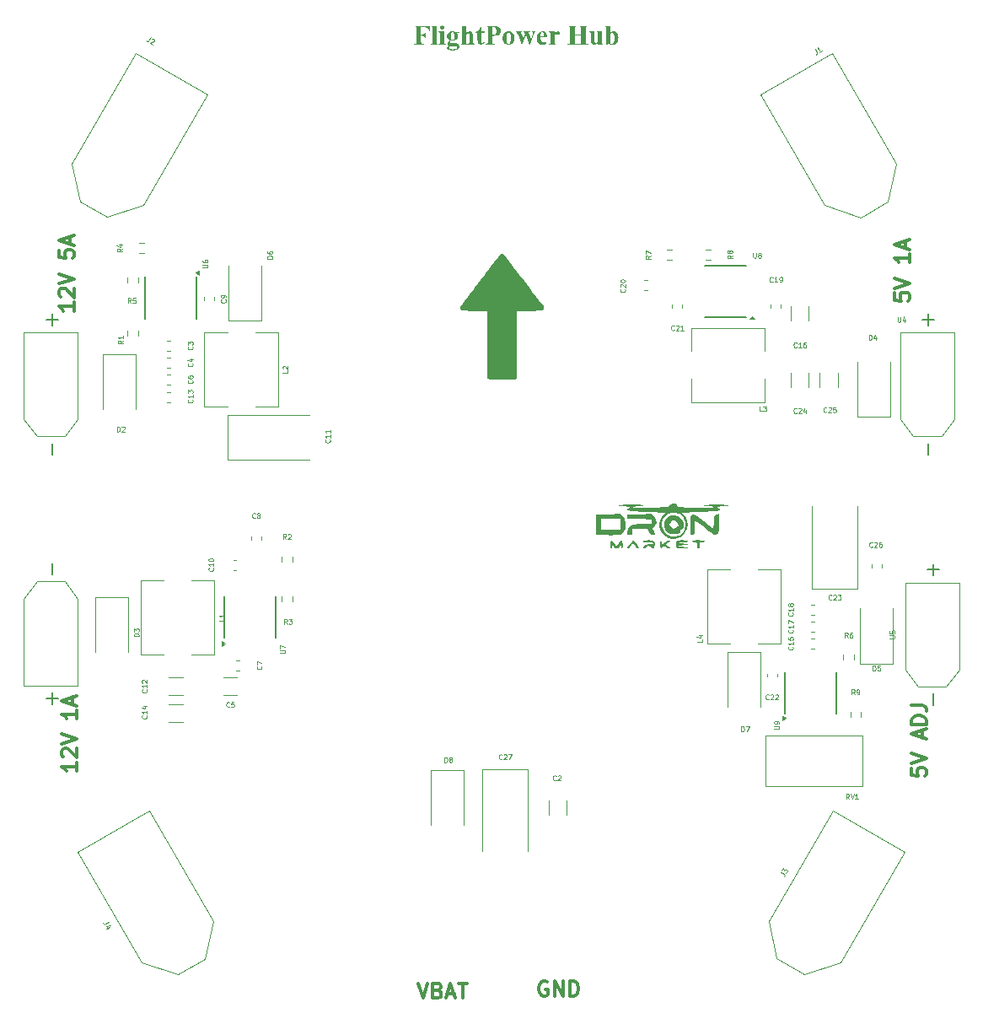
<source format=gbr>
%TF.GenerationSoftware,KiCad,Pcbnew,9.0.1*%
%TF.CreationDate,2025-04-09T16:15:18+03:00*%
%TF.ProjectId,G__ Da__t_m Kart_,47fce720-4461-41f3-9174-316d204b6172,rev?*%
%TF.SameCoordinates,Original*%
%TF.FileFunction,Legend,Top*%
%TF.FilePolarity,Positive*%
%FSLAX46Y46*%
G04 Gerber Fmt 4.6, Leading zero omitted, Abs format (unit mm)*
G04 Created by KiCad (PCBNEW 9.0.1) date 2025-04-09 16:15:18*
%MOMM*%
%LPD*%
G01*
G04 APERTURE LIST*
%ADD10C,0.200000*%
%ADD11C,0.300000*%
%ADD12C,0.100000*%
%ADD13C,0.150000*%
%ADD14C,0.000000*%
%ADD15C,0.120000*%
G04 APERTURE END LIST*
D10*
G36*
X185169242Y-37617083D02*
G01*
X185169242Y-38375212D01*
X185222487Y-38375212D01*
X185338818Y-38365080D01*
X185423255Y-38338210D01*
X185493716Y-38289945D01*
X185555146Y-38213646D01*
X185597952Y-38116388D01*
X185625488Y-37976608D01*
X185673360Y-37976608D01*
X185673360Y-38914501D01*
X185625488Y-38914501D01*
X185603426Y-38777034D01*
X185570911Y-38677975D01*
X185530736Y-38608608D01*
X185484071Y-38562058D01*
X185403667Y-38514680D01*
X185317138Y-38486418D01*
X185222487Y-38476817D01*
X185169242Y-38476817D01*
X185169242Y-39039553D01*
X185174510Y-39172109D01*
X185184874Y-39222002D01*
X185206969Y-39254909D01*
X185246423Y-39285750D01*
X185297201Y-39305571D01*
X185370132Y-39313105D01*
X185431559Y-39313105D01*
X185431559Y-39360000D01*
X184462892Y-39360000D01*
X184462892Y-39313105D01*
X184524319Y-39313105D01*
X184599931Y-39305081D01*
X184654134Y-39283674D01*
X184684643Y-39258023D01*
X184708722Y-39216263D01*
X184718624Y-39169335D01*
X184723743Y-39039553D01*
X184723743Y-37828108D01*
X184718677Y-37695548D01*
X184708722Y-37645781D01*
X184687182Y-37612805D01*
X184647906Y-37581912D01*
X184597234Y-37562094D01*
X184524319Y-37554556D01*
X184462892Y-37554556D01*
X184462892Y-37507662D01*
X186025802Y-37507662D01*
X186025802Y-38039134D01*
X185969748Y-38039134D01*
X185948167Y-37917480D01*
X185914811Y-37828069D01*
X185872051Y-37763750D01*
X185814555Y-37711783D01*
X185739964Y-37669488D01*
X185644661Y-37637477D01*
X185545292Y-37623462D01*
X185341311Y-37617083D01*
X185169242Y-37617083D01*
G37*
G36*
X186704064Y-37507662D02*
G01*
X186704064Y-39094263D01*
X186714191Y-39218110D01*
X186735450Y-39269508D01*
X186776890Y-39297570D01*
X186858426Y-39313105D01*
X186858426Y-39360000D01*
X186168440Y-39360000D01*
X186168440Y-39313105D01*
X186244779Y-39298208D01*
X186294103Y-39263279D01*
X186312321Y-39217623D01*
X186321458Y-39094263D01*
X186321458Y-37773398D01*
X186311307Y-37649979D01*
X186289951Y-37598520D01*
X186248741Y-37570205D01*
X186168440Y-37554556D01*
X186168440Y-37507662D01*
X186704064Y-37507662D01*
G37*
G36*
X187289026Y-37468583D02*
G01*
X187345628Y-37475608D01*
X187395098Y-37496123D01*
X187439235Y-37530743D01*
X187473586Y-37575262D01*
X187493869Y-37624563D01*
X187500785Y-37680341D01*
X187493802Y-37735978D01*
X187473327Y-37785025D01*
X187438625Y-37829207D01*
X187394115Y-37863485D01*
X187344812Y-37883731D01*
X187289026Y-37890635D01*
X187233260Y-37883718D01*
X187184171Y-37863464D01*
X187140038Y-37829207D01*
X187105775Y-37785077D01*
X187085524Y-37736027D01*
X187078611Y-37680341D01*
X187085515Y-37624555D01*
X187105760Y-37575253D01*
X187140038Y-37530743D01*
X187184223Y-37496047D01*
X187233308Y-37475569D01*
X187289026Y-37468583D01*
G37*
G36*
X187480268Y-38086029D02*
G01*
X187480268Y-39094263D01*
X187490395Y-39218110D01*
X187511653Y-39269508D01*
X187553109Y-39297566D01*
X187634752Y-39313105D01*
X187634752Y-39360000D01*
X186944766Y-39360000D01*
X186944766Y-39313105D01*
X187021105Y-39298208D01*
X187070429Y-39263279D01*
X187088647Y-39217623D01*
X187097784Y-39094263D01*
X187097784Y-38351765D01*
X187087620Y-38227931D01*
X187066277Y-38176521D01*
X187025097Y-38148416D01*
X186944766Y-38132923D01*
X186944766Y-38086029D01*
X187480268Y-38086029D01*
G37*
G36*
X188443500Y-38060160D02*
G01*
X188578995Y-38101660D01*
X189009473Y-38101660D01*
X189009473Y-38250160D01*
X188764863Y-38250160D01*
X188824273Y-38317619D01*
X188857798Y-38371793D01*
X188882347Y-38447275D01*
X188890526Y-38526154D01*
X188881799Y-38614696D01*
X188856483Y-38692990D01*
X188814689Y-38763192D01*
X188759181Y-38824237D01*
X188690967Y-38876570D01*
X188608304Y-38920362D01*
X188480071Y-38964101D01*
X188376884Y-38977027D01*
X188212875Y-38970188D01*
X188155929Y-38980247D01*
X188109682Y-39009755D01*
X188078330Y-39053441D01*
X188068039Y-39104277D01*
X188077394Y-39148143D01*
X188105530Y-39183412D01*
X188150432Y-39205303D01*
X188227896Y-39214187D01*
X188464200Y-39211500D01*
X188657793Y-39220728D01*
X188782958Y-39243622D01*
X188859141Y-39274392D01*
X188927447Y-39324748D01*
X188974656Y-39384956D01*
X189003403Y-39456753D01*
X189013503Y-39543548D01*
X189005597Y-39618717D01*
X188982136Y-39688584D01*
X188942428Y-39754696D01*
X188890340Y-39812224D01*
X188828369Y-39858782D01*
X188755216Y-39894891D01*
X188635933Y-39931115D01*
X188501441Y-39953857D01*
X188349528Y-39961814D01*
X188181538Y-39953092D01*
X188035188Y-39928353D01*
X187942032Y-39900474D01*
X187876253Y-39869213D01*
X187831612Y-39835662D01*
X187784488Y-39772699D01*
X187770184Y-39710976D01*
X187775200Y-39685331D01*
X187999773Y-39685331D01*
X188007786Y-39727863D01*
X188033059Y-39769294D01*
X188080373Y-39811360D01*
X188138140Y-39839150D01*
X188233982Y-39859717D01*
X188383722Y-39868025D01*
X188510276Y-39861446D01*
X188607913Y-39843790D01*
X188682187Y-39817588D01*
X188745606Y-39776672D01*
X188779701Y-39730178D01*
X188790875Y-39675806D01*
X188785612Y-39644017D01*
X188770359Y-39618531D01*
X188726389Y-39585274D01*
X188658984Y-39562599D01*
X188554691Y-39552727D01*
X188262090Y-39547578D01*
X188134671Y-39554994D01*
X188077686Y-39570781D01*
X188032727Y-39604002D01*
X188007982Y-39641563D01*
X187999773Y-39685331D01*
X187775200Y-39685331D01*
X187781702Y-39652084D01*
X187817323Y-39598381D01*
X187877175Y-39556327D01*
X187992934Y-39514605D01*
X187910523Y-39463140D01*
X187856745Y-39406514D01*
X187825805Y-39343964D01*
X187815369Y-39272927D01*
X187822956Y-39212802D01*
X187846347Y-39152647D01*
X187887787Y-39090966D01*
X187941000Y-39038293D01*
X188015813Y-38987018D01*
X188117254Y-38937459D01*
X188000009Y-38884620D01*
X187913589Y-38825728D01*
X187852128Y-38761360D01*
X187806765Y-38685052D01*
X187779509Y-38601488D01*
X187774094Y-38547526D01*
X188154134Y-38547526D01*
X188161965Y-38682597D01*
X188181477Y-38770152D01*
X188208112Y-38823886D01*
X188248279Y-38867157D01*
X188290295Y-38891057D01*
X188335851Y-38898869D01*
X188386834Y-38890824D01*
X188431705Y-38866828D01*
X188472383Y-38824619D01*
X188499082Y-38770933D01*
X188518995Y-38679893D01*
X188527093Y-38535314D01*
X188518092Y-38372682D01*
X188495798Y-38268478D01*
X188465666Y-38205586D01*
X188432319Y-38169364D01*
X188392099Y-38148112D01*
X188342690Y-38140739D01*
X188293802Y-38149085D01*
X188249766Y-38174386D01*
X188208722Y-38219874D01*
X188182548Y-38277051D01*
X188162451Y-38379271D01*
X188154134Y-38547526D01*
X187774094Y-38547526D01*
X187770184Y-38508569D01*
X187779612Y-38418762D01*
X187807503Y-38335934D01*
X187854572Y-38258172D01*
X187923203Y-38184214D01*
X188003288Y-38125278D01*
X188094123Y-38082664D01*
X188197715Y-38056202D01*
X188316678Y-38046950D01*
X188443500Y-38060160D01*
G37*
G36*
X189680286Y-37507662D02*
G01*
X189680286Y-38252236D01*
X189786626Y-38151781D01*
X189872871Y-38093478D01*
X189962570Y-38058441D01*
X190054588Y-38046950D01*
X190132364Y-38054859D01*
X190200214Y-38077705D01*
X190260240Y-38115338D01*
X190332144Y-38190979D01*
X190373569Y-38276050D01*
X190393098Y-38384165D01*
X190401657Y-38587215D01*
X190401657Y-39086448D01*
X190410742Y-39217545D01*
X190429012Y-39267676D01*
X190465795Y-39295027D01*
X190539654Y-39313105D01*
X190539654Y-39360000D01*
X189892044Y-39360000D01*
X189892044Y-39313105D01*
X189953128Y-39294039D01*
X189994504Y-39258761D01*
X190010924Y-39210450D01*
X190019050Y-39086448D01*
X190019050Y-38518094D01*
X190014899Y-38374307D01*
X190006716Y-38319769D01*
X189989861Y-38283419D01*
X189965073Y-38256999D01*
X189933865Y-38240144D01*
X189898883Y-38234528D01*
X189845928Y-38243505D01*
X189792271Y-38271898D01*
X189742433Y-38318623D01*
X189680286Y-38403056D01*
X189680286Y-39086448D01*
X189687154Y-39209398D01*
X189700802Y-39256074D01*
X189737296Y-39291711D01*
X189807292Y-39313105D01*
X189807292Y-39360000D01*
X189159682Y-39360000D01*
X189159682Y-39313105D01*
X189231583Y-39294790D01*
X189274476Y-39261570D01*
X189289697Y-39217119D01*
X189297679Y-39086448D01*
X189297679Y-37781214D01*
X189288813Y-37650547D01*
X189271057Y-37600963D01*
X189234744Y-37573707D01*
X189159682Y-37554556D01*
X189159682Y-37507662D01*
X189680286Y-37507662D01*
G37*
G36*
X191220603Y-37617083D02*
G01*
X191220603Y-38086029D01*
X191523831Y-38086029D01*
X191523831Y-38218897D01*
X191220603Y-38218897D01*
X191220603Y-39005359D01*
X191223971Y-39106126D01*
X191230861Y-39147752D01*
X191245097Y-39176794D01*
X191267009Y-39199532D01*
X191293248Y-39214880D01*
X191314881Y-39219316D01*
X191368189Y-39207666D01*
X191423277Y-39169386D01*
X191482920Y-39094263D01*
X191523831Y-39123206D01*
X191471189Y-39218215D01*
X191409938Y-39287735D01*
X191339789Y-39336069D01*
X191258993Y-39365418D01*
X191164549Y-39375631D01*
X191085842Y-39367766D01*
X191018042Y-39345181D01*
X190958897Y-39308220D01*
X190888565Y-39234659D01*
X190851674Y-39157644D01*
X190842698Y-39092284D01*
X190837997Y-38906929D01*
X190837997Y-38218897D01*
X190671301Y-38218897D01*
X190671301Y-38171147D01*
X190833589Y-38044035D01*
X190964392Y-37915914D01*
X191077085Y-37775114D01*
X191175540Y-37617083D01*
X191220603Y-37617083D01*
G37*
G36*
X192636254Y-37518809D02*
G01*
X192794355Y-37548679D01*
X192913730Y-37592954D01*
X193002355Y-37648956D01*
X193079778Y-37725866D01*
X193133123Y-37809190D01*
X193165001Y-37900483D01*
X193175889Y-38002254D01*
X193163083Y-38117619D01*
X193125846Y-38218912D01*
X193063782Y-38309389D01*
X192982103Y-38383757D01*
X192880483Y-38441834D01*
X192755059Y-38483290D01*
X192599727Y-38505950D01*
X192306995Y-38515896D01*
X192306995Y-39039553D01*
X192313160Y-39175616D01*
X192325436Y-39228108D01*
X192350202Y-39262135D01*
X192391015Y-39290024D01*
X192448187Y-39305944D01*
X192563817Y-39313105D01*
X192563817Y-39360000D01*
X191622505Y-39360000D01*
X191622505Y-39313105D01*
X191740377Y-39305645D01*
X191796650Y-39289291D01*
X191836415Y-39261120D01*
X191860886Y-39227376D01*
X191873141Y-39175534D01*
X191879326Y-39039553D01*
X191879326Y-38414291D01*
X192306995Y-38414291D01*
X192375261Y-38417100D01*
X192482046Y-38405022D01*
X192565879Y-38371423D01*
X192632083Y-38317449D01*
X192679260Y-38245406D01*
X192710566Y-38145584D01*
X192722330Y-38009092D01*
X192710502Y-37873459D01*
X192679161Y-37775365D01*
X192632083Y-37705498D01*
X192565885Y-37654082D01*
X192478412Y-37621285D01*
X192363049Y-37609267D01*
X192306995Y-37609267D01*
X192306995Y-38414291D01*
X191879326Y-38414291D01*
X191879326Y-37828108D01*
X191873158Y-37692059D01*
X191860886Y-37639675D01*
X191836204Y-37605529D01*
X191795917Y-37577759D01*
X191739216Y-37561792D01*
X191622505Y-37554556D01*
X191622505Y-37507662D01*
X192429972Y-37507662D01*
X192636254Y-37518809D01*
G37*
G36*
X194066645Y-38056540D02*
G01*
X194169460Y-38085034D01*
X194268021Y-38132923D01*
X194355667Y-38197966D01*
X194427939Y-38278744D01*
X194485886Y-38377166D01*
X194526930Y-38484864D01*
X194551873Y-38599907D01*
X194560380Y-38723747D01*
X194551072Y-38858775D01*
X194524374Y-38977953D01*
X194481423Y-39083716D01*
X194422383Y-39178039D01*
X194330897Y-39274910D01*
X194225746Y-39342945D01*
X194104220Y-39384552D01*
X193961985Y-39399078D01*
X193821370Y-39385495D01*
X193703264Y-39346954D01*
X193603118Y-39284708D01*
X193517951Y-39197212D01*
X193449908Y-39092355D01*
X193401590Y-38980445D01*
X193372265Y-38859994D01*
X193370212Y-38833168D01*
X193762561Y-38833168D01*
X193767515Y-38977084D01*
X193781734Y-39106842D01*
X193806674Y-39195592D01*
X193845847Y-39254731D01*
X193899319Y-39293024D01*
X193957955Y-39305289D01*
X194015195Y-39296433D01*
X194060415Y-39271095D01*
X194103918Y-39216873D01*
X194131367Y-39141036D01*
X194149958Y-38978240D01*
X194158722Y-38615547D01*
X194150596Y-38401032D01*
X194132711Y-38296078D01*
X194098924Y-38218122D01*
X194056263Y-38169438D01*
X194016621Y-38148342D01*
X193963328Y-38140739D01*
X193898966Y-38153782D01*
X193843771Y-38193496D01*
X193817819Y-38232493D01*
X193795112Y-38298131D01*
X193778192Y-38401468D01*
X193767033Y-38572134D01*
X193762561Y-38833168D01*
X193370212Y-38833168D01*
X193362247Y-38729120D01*
X193372548Y-38594154D01*
X193402613Y-38470761D01*
X193452002Y-38356915D01*
X193521371Y-38251015D01*
X193608335Y-38161769D01*
X193708143Y-38098905D01*
X193823351Y-38060397D01*
X193957955Y-38046950D01*
X194066645Y-38056540D01*
G37*
G36*
X196020952Y-39399078D02*
G01*
X195671196Y-38461308D01*
X195328279Y-39399078D01*
X195257205Y-39399078D01*
X194916974Y-38477062D01*
X194838238Y-38282462D01*
X194787159Y-38196793D01*
X194745877Y-38159661D01*
X194683356Y-38132923D01*
X194683356Y-38086029D01*
X195328279Y-38086029D01*
X195328279Y-38132923D01*
X195268553Y-38138788D01*
X195238032Y-38152341D01*
X195219261Y-38173827D01*
X195213485Y-38196793D01*
X195220504Y-38230835D01*
X195257205Y-38338332D01*
X195444417Y-38835976D01*
X195624668Y-38339187D01*
X195611113Y-38303893D01*
X195568142Y-38211234D01*
X195539305Y-38172247D01*
X195503021Y-38149422D01*
X195444417Y-38132923D01*
X195444417Y-38086029D01*
X196098743Y-38086029D01*
X196098743Y-38132923D01*
X196029835Y-38141924D01*
X196001779Y-38154417D01*
X195986632Y-38174853D01*
X195981263Y-38203754D01*
X195988281Y-38242433D01*
X196020952Y-38338332D01*
X196201325Y-38835976D01*
X196365212Y-38377777D01*
X196394101Y-38285209D01*
X196400750Y-38242222D01*
X196393524Y-38193399D01*
X196374738Y-38163332D01*
X196341449Y-38144843D01*
X196273621Y-38132923D01*
X196273621Y-38086029D01*
X196652076Y-38086029D01*
X196652076Y-38132923D01*
X196594548Y-38148935D01*
X196552424Y-38178108D01*
X196517451Y-38233259D01*
X196456803Y-38387302D01*
X196098743Y-39399078D01*
X196020952Y-39399078D01*
G37*
G36*
X197459398Y-38056765D02*
G01*
X197545314Y-38085824D01*
X197626097Y-38134914D01*
X197703053Y-38206563D01*
X197762517Y-38289399D01*
X197808974Y-38392904D01*
X197841237Y-38521365D01*
X197856803Y-38680027D01*
X197155949Y-38680027D01*
X197170254Y-38805458D01*
X197198383Y-38911371D01*
X197238901Y-39000793D01*
X197291259Y-39076189D01*
X197360108Y-39139546D01*
X197434762Y-39175874D01*
X197518039Y-39188053D01*
X197596316Y-39176546D01*
X197666905Y-39142135D01*
X197730945Y-39083906D01*
X197810397Y-38977027D01*
X197856803Y-39008290D01*
X197779330Y-39145512D01*
X197702824Y-39243576D01*
X197627215Y-39310296D01*
X197539822Y-39359287D01*
X197443633Y-39388909D01*
X197336322Y-39399078D01*
X197224425Y-39389694D01*
X197127824Y-39362894D01*
X197043754Y-39319665D01*
X196970181Y-39259557D01*
X196905966Y-39180725D01*
X196842381Y-39058345D01*
X196802563Y-38914427D01*
X196788485Y-38744141D01*
X196800424Y-38585327D01*
X196812011Y-38538977D01*
X197149110Y-38538977D01*
X197149110Y-38586238D01*
X197520725Y-38586238D01*
X197513244Y-38385816D01*
X197496789Y-38287896D01*
X197465017Y-38214719D01*
X197422418Y-38165041D01*
X197390116Y-38147200D01*
X197345847Y-38140739D01*
X197302060Y-38148135D01*
X197263934Y-38170260D01*
X197229710Y-38209616D01*
X197187139Y-38293593D01*
X197159317Y-38401363D01*
X197149110Y-38538977D01*
X196812011Y-38538977D01*
X196834192Y-38450251D01*
X196887893Y-38334857D01*
X196961287Y-38235994D01*
X197054215Y-38151178D01*
X197151544Y-38093013D01*
X197254821Y-38058575D01*
X197366364Y-38046950D01*
X197459398Y-38056765D01*
G37*
G36*
X198547644Y-38086029D02*
G01*
X198547644Y-38372159D01*
X198638536Y-38243306D01*
X198711655Y-38160256D01*
X198770272Y-38111308D01*
X198867373Y-38061976D01*
X198954797Y-38046950D01*
X199024844Y-38059037D01*
X199077041Y-38093356D01*
X199110587Y-38147106D01*
X199122836Y-38224515D01*
X199110830Y-38307400D01*
X199078384Y-38364588D01*
X199029012Y-38402051D01*
X198971161Y-38414291D01*
X198903176Y-38403112D01*
X198845498Y-38370083D01*
X198782606Y-38320502D01*
X198751221Y-38312686D01*
X198713432Y-38319862D01*
X198676116Y-38342606D01*
X198628072Y-38396914D01*
X198591364Y-38474497D01*
X198558943Y-38610855D01*
X198547644Y-38765635D01*
X198547644Y-39059459D01*
X198548988Y-39133342D01*
X198552128Y-39206239D01*
X198558513Y-39235802D01*
X198579264Y-39269125D01*
X198606995Y-39291367D01*
X198645021Y-39304439D01*
X198715683Y-39313105D01*
X198715683Y-39360000D01*
X198025697Y-39360000D01*
X198025697Y-39313105D01*
X198099675Y-39296570D01*
X198138415Y-39267554D01*
X198157953Y-39212570D01*
X198167847Y-39063000D01*
X198167847Y-38359581D01*
X198164205Y-38256984D01*
X198156856Y-38215966D01*
X198139486Y-38180825D01*
X198117288Y-38158325D01*
X198085731Y-38144073D01*
X198025697Y-38132923D01*
X198025697Y-38086029D01*
X198547644Y-38086029D01*
G37*
G36*
X200579745Y-38469002D02*
G01*
X200579745Y-39039553D01*
X200585012Y-39172109D01*
X200595376Y-39222002D01*
X200617471Y-39254909D01*
X200656926Y-39285750D01*
X200707703Y-39305571D01*
X200780635Y-39313105D01*
X200842062Y-39313105D01*
X200842062Y-39360000D01*
X199873394Y-39360000D01*
X199873394Y-39313105D01*
X199934822Y-39313105D01*
X200010524Y-39305074D01*
X200064637Y-39283674D01*
X200095245Y-39258011D01*
X200119347Y-39216263D01*
X200129248Y-39169335D01*
X200134368Y-39039553D01*
X200134368Y-37828108D01*
X200129302Y-37695548D01*
X200119347Y-37645781D01*
X200097807Y-37612805D01*
X200058531Y-37581912D01*
X200007753Y-37562090D01*
X199934822Y-37554556D01*
X199873394Y-37554556D01*
X199873394Y-37507662D01*
X200842062Y-37507662D01*
X200842062Y-37554556D01*
X200780635Y-37554556D01*
X200705023Y-37562580D01*
X200650819Y-37583988D01*
X200619931Y-37609608D01*
X200594766Y-37651399D01*
X200584865Y-37698326D01*
X200579745Y-37828108D01*
X200579745Y-38351765D01*
X201234193Y-38351765D01*
X201234193Y-37828108D01*
X201229127Y-37695548D01*
X201219173Y-37645781D01*
X201197512Y-37612858D01*
X201157623Y-37581912D01*
X201106320Y-37562071D01*
X201033304Y-37554556D01*
X200973220Y-37554556D01*
X200973220Y-37507662D01*
X201940544Y-37507662D01*
X201940544Y-37554556D01*
X201880460Y-37554556D01*
X201803761Y-37562666D01*
X201750645Y-37583988D01*
X201719756Y-37609608D01*
X201694591Y-37651399D01*
X201684690Y-37698326D01*
X201679570Y-37828108D01*
X201679570Y-39039553D01*
X201684634Y-39172126D01*
X201694591Y-39222002D01*
X201716220Y-39254833D01*
X201756018Y-39285750D01*
X201807427Y-39305594D01*
X201880460Y-39313105D01*
X201940544Y-39313105D01*
X201940544Y-39360000D01*
X200973220Y-39360000D01*
X200973220Y-39313105D01*
X201033304Y-39313105D01*
X201110003Y-39304996D01*
X201163119Y-39283674D01*
X201194008Y-39258053D01*
X201219173Y-39216263D01*
X201229074Y-39169335D01*
X201234193Y-39039553D01*
X201234193Y-38469002D01*
X200579745Y-38469002D01*
G37*
G36*
X203319295Y-38086029D02*
G01*
X203319295Y-39086448D01*
X203328379Y-39217545D01*
X203346650Y-39267676D01*
X203383433Y-39295027D01*
X203457292Y-39313105D01*
X203457292Y-39360000D01*
X202936810Y-39360000D01*
X202936810Y-39189274D01*
X202841504Y-39287040D01*
X202753628Y-39348886D01*
X202657739Y-39386273D01*
X202548831Y-39399078D01*
X202479152Y-39391629D01*
X202415691Y-39369685D01*
X202356856Y-39332766D01*
X202285708Y-39259479D01*
X202244138Y-39177550D01*
X202224273Y-39072085D01*
X202215439Y-38866995D01*
X202215439Y-38359581D01*
X202206573Y-38228914D01*
X202188817Y-38179330D01*
X202152504Y-38152074D01*
X202077442Y-38132923D01*
X202077442Y-38086029D01*
X202597923Y-38086029D01*
X202597923Y-38955655D01*
X202602170Y-39079844D01*
X202610868Y-39131266D01*
X202628138Y-39166640D01*
X202651901Y-39191106D01*
X202681838Y-39206320D01*
X202716748Y-39211500D01*
X202763790Y-39204966D01*
X202805652Y-39185610D01*
X202859697Y-39138496D01*
X202936810Y-39042240D01*
X202936810Y-38359581D01*
X202927944Y-38228914D01*
X202910188Y-38179330D01*
X202873875Y-38152074D01*
X202798813Y-38132923D01*
X202798813Y-38086029D01*
X203319295Y-38086029D01*
G37*
G36*
X204135554Y-38213646D02*
G01*
X204222065Y-38137754D01*
X204308707Y-38086552D01*
X204396756Y-38056809D01*
X204487997Y-38046950D01*
X204573176Y-38055406D01*
X204655125Y-38080798D01*
X204735293Y-38124131D01*
X204806023Y-38181641D01*
X204866469Y-38253948D01*
X204917009Y-38343094D01*
X204952650Y-38439678D01*
X204974850Y-38548148D01*
X204982588Y-38670502D01*
X204972996Y-38807672D01*
X204945012Y-38933502D01*
X204899180Y-39049811D01*
X204835693Y-39156883D01*
X204761611Y-39242624D01*
X204676552Y-39309685D01*
X204580265Y-39358950D01*
X204474885Y-39388827D01*
X204358182Y-39399078D01*
X204258158Y-39390437D01*
X204173778Y-39365983D01*
X204095993Y-39323985D01*
X204015265Y-39258394D01*
X203803506Y-39399078D01*
X203757100Y-39399078D01*
X203757100Y-38335767D01*
X204135554Y-38335767D01*
X204135554Y-38903754D01*
X204143736Y-39125038D01*
X204167502Y-39198995D01*
X204209316Y-39255464D01*
X204267423Y-39292465D01*
X204341817Y-39305289D01*
X204407265Y-39295167D01*
X204461374Y-39265722D01*
X204503540Y-39213301D01*
X204544783Y-39108674D01*
X204567850Y-38967752D01*
X204578244Y-38685279D01*
X204567485Y-38487928D01*
X204540746Y-38360376D01*
X204504483Y-38282522D01*
X204463958Y-38237801D01*
X204416924Y-38212049D01*
X204360990Y-38203265D01*
X204288264Y-38216289D01*
X204214133Y-38257830D01*
X204135554Y-38335767D01*
X203757100Y-38335767D01*
X203757100Y-37773398D01*
X203753846Y-37670925D01*
X203747575Y-37634057D01*
X203729489Y-37599422D01*
X203704466Y-37576172D01*
X203669556Y-37562401D01*
X203605425Y-37554556D01*
X203605425Y-37507662D01*
X204135554Y-37507662D01*
X204135554Y-38213646D01*
G37*
D11*
X197840225Y-133472257D02*
X197697368Y-133400828D01*
X197697368Y-133400828D02*
X197483082Y-133400828D01*
X197483082Y-133400828D02*
X197268796Y-133472257D01*
X197268796Y-133472257D02*
X197125939Y-133615114D01*
X197125939Y-133615114D02*
X197054510Y-133757971D01*
X197054510Y-133757971D02*
X196983082Y-134043685D01*
X196983082Y-134043685D02*
X196983082Y-134257971D01*
X196983082Y-134257971D02*
X197054510Y-134543685D01*
X197054510Y-134543685D02*
X197125939Y-134686542D01*
X197125939Y-134686542D02*
X197268796Y-134829400D01*
X197268796Y-134829400D02*
X197483082Y-134900828D01*
X197483082Y-134900828D02*
X197625939Y-134900828D01*
X197625939Y-134900828D02*
X197840225Y-134829400D01*
X197840225Y-134829400D02*
X197911653Y-134757971D01*
X197911653Y-134757971D02*
X197911653Y-134257971D01*
X197911653Y-134257971D02*
X197625939Y-134257971D01*
X198554510Y-134900828D02*
X198554510Y-133400828D01*
X198554510Y-133400828D02*
X199411653Y-134900828D01*
X199411653Y-134900828D02*
X199411653Y-133400828D01*
X200125939Y-134900828D02*
X200125939Y-133400828D01*
X200125939Y-133400828D02*
X200483082Y-133400828D01*
X200483082Y-133400828D02*
X200697368Y-133472257D01*
X200697368Y-133472257D02*
X200840225Y-133615114D01*
X200840225Y-133615114D02*
X200911654Y-133757971D01*
X200911654Y-133757971D02*
X200983082Y-134043685D01*
X200983082Y-134043685D02*
X200983082Y-134257971D01*
X200983082Y-134257971D02*
X200911654Y-134543685D01*
X200911654Y-134543685D02*
X200840225Y-134686542D01*
X200840225Y-134686542D02*
X200697368Y-134829400D01*
X200697368Y-134829400D02*
X200483082Y-134900828D01*
X200483082Y-134900828D02*
X200125939Y-134900828D01*
X184840225Y-133600828D02*
X185340225Y-135100828D01*
X185340225Y-135100828D02*
X185840225Y-133600828D01*
X186840224Y-134315114D02*
X187054510Y-134386542D01*
X187054510Y-134386542D02*
X187125939Y-134457971D01*
X187125939Y-134457971D02*
X187197367Y-134600828D01*
X187197367Y-134600828D02*
X187197367Y-134815114D01*
X187197367Y-134815114D02*
X187125939Y-134957971D01*
X187125939Y-134957971D02*
X187054510Y-135029400D01*
X187054510Y-135029400D02*
X186911653Y-135100828D01*
X186911653Y-135100828D02*
X186340224Y-135100828D01*
X186340224Y-135100828D02*
X186340224Y-133600828D01*
X186340224Y-133600828D02*
X186840224Y-133600828D01*
X186840224Y-133600828D02*
X186983082Y-133672257D01*
X186983082Y-133672257D02*
X187054510Y-133743685D01*
X187054510Y-133743685D02*
X187125939Y-133886542D01*
X187125939Y-133886542D02*
X187125939Y-134029400D01*
X187125939Y-134029400D02*
X187054510Y-134172257D01*
X187054510Y-134172257D02*
X186983082Y-134243685D01*
X186983082Y-134243685D02*
X186840224Y-134315114D01*
X186840224Y-134315114D02*
X186340224Y-134315114D01*
X187768796Y-134672257D02*
X188483082Y-134672257D01*
X187625939Y-135100828D02*
X188125939Y-133600828D01*
X188125939Y-133600828D02*
X188625939Y-135100828D01*
X188911653Y-133600828D02*
X189768796Y-133600828D01*
X189340224Y-135100828D02*
X189340224Y-133600828D01*
X150300828Y-65259774D02*
X150300828Y-66116917D01*
X150300828Y-65688346D02*
X148800828Y-65688346D01*
X148800828Y-65688346D02*
X149015114Y-65831203D01*
X149015114Y-65831203D02*
X149157971Y-65974060D01*
X149157971Y-65974060D02*
X149229400Y-66116917D01*
X148943685Y-64688346D02*
X148872257Y-64616918D01*
X148872257Y-64616918D02*
X148800828Y-64474061D01*
X148800828Y-64474061D02*
X148800828Y-64116918D01*
X148800828Y-64116918D02*
X148872257Y-63974061D01*
X148872257Y-63974061D02*
X148943685Y-63902632D01*
X148943685Y-63902632D02*
X149086542Y-63831203D01*
X149086542Y-63831203D02*
X149229400Y-63831203D01*
X149229400Y-63831203D02*
X149443685Y-63902632D01*
X149443685Y-63902632D02*
X150300828Y-64759775D01*
X150300828Y-64759775D02*
X150300828Y-63831203D01*
X148800828Y-63402632D02*
X150300828Y-62902632D01*
X150300828Y-62902632D02*
X148800828Y-62402632D01*
X148800828Y-60045490D02*
X148800828Y-60759776D01*
X148800828Y-60759776D02*
X149515114Y-60831204D01*
X149515114Y-60831204D02*
X149443685Y-60759776D01*
X149443685Y-60759776D02*
X149372257Y-60616919D01*
X149372257Y-60616919D02*
X149372257Y-60259776D01*
X149372257Y-60259776D02*
X149443685Y-60116919D01*
X149443685Y-60116919D02*
X149515114Y-60045490D01*
X149515114Y-60045490D02*
X149657971Y-59974061D01*
X149657971Y-59974061D02*
X150015114Y-59974061D01*
X150015114Y-59974061D02*
X150157971Y-60045490D01*
X150157971Y-60045490D02*
X150229400Y-60116919D01*
X150229400Y-60116919D02*
X150300828Y-60259776D01*
X150300828Y-60259776D02*
X150300828Y-60616919D01*
X150300828Y-60616919D02*
X150229400Y-60759776D01*
X150229400Y-60759776D02*
X150157971Y-60831204D01*
X149872257Y-59402633D02*
X149872257Y-58688348D01*
X150300828Y-59545490D02*
X148800828Y-59045490D01*
X148800828Y-59045490D02*
X150300828Y-58545490D01*
X150600828Y-111459774D02*
X150600828Y-112316917D01*
X150600828Y-111888346D02*
X149100828Y-111888346D01*
X149100828Y-111888346D02*
X149315114Y-112031203D01*
X149315114Y-112031203D02*
X149457971Y-112174060D01*
X149457971Y-112174060D02*
X149529400Y-112316917D01*
X149243685Y-110888346D02*
X149172257Y-110816918D01*
X149172257Y-110816918D02*
X149100828Y-110674061D01*
X149100828Y-110674061D02*
X149100828Y-110316918D01*
X149100828Y-110316918D02*
X149172257Y-110174061D01*
X149172257Y-110174061D02*
X149243685Y-110102632D01*
X149243685Y-110102632D02*
X149386542Y-110031203D01*
X149386542Y-110031203D02*
X149529400Y-110031203D01*
X149529400Y-110031203D02*
X149743685Y-110102632D01*
X149743685Y-110102632D02*
X150600828Y-110959775D01*
X150600828Y-110959775D02*
X150600828Y-110031203D01*
X149100828Y-109602632D02*
X150600828Y-109102632D01*
X150600828Y-109102632D02*
X149100828Y-108602632D01*
X150600828Y-106174061D02*
X150600828Y-107031204D01*
X150600828Y-106602633D02*
X149100828Y-106602633D01*
X149100828Y-106602633D02*
X149315114Y-106745490D01*
X149315114Y-106745490D02*
X149457971Y-106888347D01*
X149457971Y-106888347D02*
X149529400Y-107031204D01*
X150172257Y-105602633D02*
X150172257Y-104888348D01*
X150600828Y-105745490D02*
X149100828Y-105245490D01*
X149100828Y-105245490D02*
X150600828Y-104745490D01*
X232700828Y-64331203D02*
X232700828Y-65045489D01*
X232700828Y-65045489D02*
X233415114Y-65116917D01*
X233415114Y-65116917D02*
X233343685Y-65045489D01*
X233343685Y-65045489D02*
X233272257Y-64902632D01*
X233272257Y-64902632D02*
X233272257Y-64545489D01*
X233272257Y-64545489D02*
X233343685Y-64402632D01*
X233343685Y-64402632D02*
X233415114Y-64331203D01*
X233415114Y-64331203D02*
X233557971Y-64259774D01*
X233557971Y-64259774D02*
X233915114Y-64259774D01*
X233915114Y-64259774D02*
X234057971Y-64331203D01*
X234057971Y-64331203D02*
X234129400Y-64402632D01*
X234129400Y-64402632D02*
X234200828Y-64545489D01*
X234200828Y-64545489D02*
X234200828Y-64902632D01*
X234200828Y-64902632D02*
X234129400Y-65045489D01*
X234129400Y-65045489D02*
X234057971Y-65116917D01*
X232700828Y-63831203D02*
X234200828Y-63331203D01*
X234200828Y-63331203D02*
X232700828Y-62831203D01*
X234200828Y-60402632D02*
X234200828Y-61259775D01*
X234200828Y-60831204D02*
X232700828Y-60831204D01*
X232700828Y-60831204D02*
X232915114Y-60974061D01*
X232915114Y-60974061D02*
X233057971Y-61116918D01*
X233057971Y-61116918D02*
X233129400Y-61259775D01*
X233772257Y-59831204D02*
X233772257Y-59116919D01*
X234200828Y-59974061D02*
X232700828Y-59474061D01*
X232700828Y-59474061D02*
X234200828Y-58974061D01*
X234400828Y-112031203D02*
X234400828Y-112745489D01*
X234400828Y-112745489D02*
X235115114Y-112816917D01*
X235115114Y-112816917D02*
X235043685Y-112745489D01*
X235043685Y-112745489D02*
X234972257Y-112602632D01*
X234972257Y-112602632D02*
X234972257Y-112245489D01*
X234972257Y-112245489D02*
X235043685Y-112102632D01*
X235043685Y-112102632D02*
X235115114Y-112031203D01*
X235115114Y-112031203D02*
X235257971Y-111959774D01*
X235257971Y-111959774D02*
X235615114Y-111959774D01*
X235615114Y-111959774D02*
X235757971Y-112031203D01*
X235757971Y-112031203D02*
X235829400Y-112102632D01*
X235829400Y-112102632D02*
X235900828Y-112245489D01*
X235900828Y-112245489D02*
X235900828Y-112602632D01*
X235900828Y-112602632D02*
X235829400Y-112745489D01*
X235829400Y-112745489D02*
X235757971Y-112816917D01*
X234400828Y-111531203D02*
X235900828Y-111031203D01*
X235900828Y-111031203D02*
X234400828Y-110531203D01*
X235472257Y-108959775D02*
X235472257Y-108245490D01*
X235900828Y-109102632D02*
X234400828Y-108602632D01*
X234400828Y-108602632D02*
X235900828Y-108102632D01*
X235900828Y-107602633D02*
X234400828Y-107602633D01*
X234400828Y-107602633D02*
X234400828Y-107245490D01*
X234400828Y-107245490D02*
X234472257Y-107031204D01*
X234472257Y-107031204D02*
X234615114Y-106888347D01*
X234615114Y-106888347D02*
X234757971Y-106816918D01*
X234757971Y-106816918D02*
X235043685Y-106745490D01*
X235043685Y-106745490D02*
X235257971Y-106745490D01*
X235257971Y-106745490D02*
X235543685Y-106816918D01*
X235543685Y-106816918D02*
X235686542Y-106888347D01*
X235686542Y-106888347D02*
X235829400Y-107031204D01*
X235829400Y-107031204D02*
X235900828Y-107245490D01*
X235900828Y-107245490D02*
X235900828Y-107602633D01*
X234400828Y-105674061D02*
X235472257Y-105674061D01*
X235472257Y-105674061D02*
X235686542Y-105745490D01*
X235686542Y-105745490D02*
X235829400Y-105888347D01*
X235829400Y-105888347D02*
X235900828Y-106102633D01*
X235900828Y-106102633D02*
X235900828Y-106245490D01*
D12*
X221289535Y-122475083D02*
X221598830Y-122653655D01*
X221598830Y-122653655D02*
X221648784Y-122709989D01*
X221648784Y-122709989D02*
X221666214Y-122775038D01*
X221666214Y-122775038D02*
X221651119Y-122848801D01*
X221651119Y-122848801D02*
X221627310Y-122890041D01*
X221384773Y-122310127D02*
X221539535Y-122042071D01*
X221539535Y-122042071D02*
X221621159Y-122281647D01*
X221621159Y-122281647D02*
X221656873Y-122219788D01*
X221656873Y-122219788D02*
X221701302Y-122190453D01*
X221701302Y-122190453D02*
X221733827Y-122181738D01*
X221733827Y-122181738D02*
X221786971Y-122184928D01*
X221786971Y-122184928D02*
X221890069Y-122244452D01*
X221890069Y-122244452D02*
X221919404Y-122288881D01*
X221919404Y-122288881D02*
X221928119Y-122321406D01*
X221928119Y-122321406D02*
X221924929Y-122374550D01*
X221924929Y-122374550D02*
X221853500Y-122498268D01*
X221853500Y-122498268D02*
X221809071Y-122527602D01*
X221809071Y-122527602D02*
X221776547Y-122536317D01*
X228016666Y-98926109D02*
X227850000Y-98688014D01*
X227730952Y-98926109D02*
X227730952Y-98426109D01*
X227730952Y-98426109D02*
X227921428Y-98426109D01*
X227921428Y-98426109D02*
X227969047Y-98449919D01*
X227969047Y-98449919D02*
X227992857Y-98473728D01*
X227992857Y-98473728D02*
X228016666Y-98521347D01*
X228016666Y-98521347D02*
X228016666Y-98592776D01*
X228016666Y-98592776D02*
X227992857Y-98640395D01*
X227992857Y-98640395D02*
X227969047Y-98664204D01*
X227969047Y-98664204D02*
X227921428Y-98688014D01*
X227921428Y-98688014D02*
X227730952Y-98688014D01*
X228445238Y-98426109D02*
X228350000Y-98426109D01*
X228350000Y-98426109D02*
X228302381Y-98449919D01*
X228302381Y-98449919D02*
X228278571Y-98473728D01*
X228278571Y-98473728D02*
X228230952Y-98545157D01*
X228230952Y-98545157D02*
X228207143Y-98640395D01*
X228207143Y-98640395D02*
X228207143Y-98830871D01*
X228207143Y-98830871D02*
X228230952Y-98878490D01*
X228230952Y-98878490D02*
X228254762Y-98902300D01*
X228254762Y-98902300D02*
X228302381Y-98926109D01*
X228302381Y-98926109D02*
X228397619Y-98926109D01*
X228397619Y-98926109D02*
X228445238Y-98902300D01*
X228445238Y-98902300D02*
X228469047Y-98878490D01*
X228469047Y-98878490D02*
X228492857Y-98830871D01*
X228492857Y-98830871D02*
X228492857Y-98711823D01*
X228492857Y-98711823D02*
X228469047Y-98664204D01*
X228469047Y-98664204D02*
X228445238Y-98640395D01*
X228445238Y-98640395D02*
X228397619Y-98616585D01*
X228397619Y-98616585D02*
X228302381Y-98616585D01*
X228302381Y-98616585D02*
X228254762Y-98640395D01*
X228254762Y-98640395D02*
X228230952Y-98664204D01*
X228230952Y-98664204D02*
X228207143Y-98711823D01*
X230530952Y-102226109D02*
X230530952Y-101726109D01*
X230530952Y-101726109D02*
X230650000Y-101726109D01*
X230650000Y-101726109D02*
X230721428Y-101749919D01*
X230721428Y-101749919D02*
X230769047Y-101797538D01*
X230769047Y-101797538D02*
X230792857Y-101845157D01*
X230792857Y-101845157D02*
X230816666Y-101940395D01*
X230816666Y-101940395D02*
X230816666Y-102011823D01*
X230816666Y-102011823D02*
X230792857Y-102107061D01*
X230792857Y-102107061D02*
X230769047Y-102154680D01*
X230769047Y-102154680D02*
X230721428Y-102202300D01*
X230721428Y-102202300D02*
X230650000Y-102226109D01*
X230650000Y-102226109D02*
X230530952Y-102226109D01*
X231269047Y-101726109D02*
X231030952Y-101726109D01*
X231030952Y-101726109D02*
X231007143Y-101964204D01*
X231007143Y-101964204D02*
X231030952Y-101940395D01*
X231030952Y-101940395D02*
X231078571Y-101916585D01*
X231078571Y-101916585D02*
X231197619Y-101916585D01*
X231197619Y-101916585D02*
X231245238Y-101940395D01*
X231245238Y-101940395D02*
X231269047Y-101964204D01*
X231269047Y-101964204D02*
X231292857Y-102011823D01*
X231292857Y-102011823D02*
X231292857Y-102130871D01*
X231292857Y-102130871D02*
X231269047Y-102178490D01*
X231269047Y-102178490D02*
X231245238Y-102202300D01*
X231245238Y-102202300D02*
X231197619Y-102226109D01*
X231197619Y-102226109D02*
X231078571Y-102226109D01*
X231078571Y-102226109D02*
X231030952Y-102202300D01*
X231030952Y-102202300D02*
X231007143Y-102178490D01*
X213376109Y-99083333D02*
X213376109Y-99321428D01*
X213376109Y-99321428D02*
X212876109Y-99321428D01*
X213042776Y-98702380D02*
X213376109Y-98702380D01*
X212852300Y-98821428D02*
X213209442Y-98940475D01*
X213209442Y-98940475D02*
X213209442Y-98630952D01*
X226378571Y-95070990D02*
X226354762Y-95094800D01*
X226354762Y-95094800D02*
X226283333Y-95118609D01*
X226283333Y-95118609D02*
X226235714Y-95118609D01*
X226235714Y-95118609D02*
X226164286Y-95094800D01*
X226164286Y-95094800D02*
X226116667Y-95047180D01*
X226116667Y-95047180D02*
X226092857Y-94999561D01*
X226092857Y-94999561D02*
X226069048Y-94904323D01*
X226069048Y-94904323D02*
X226069048Y-94832895D01*
X226069048Y-94832895D02*
X226092857Y-94737657D01*
X226092857Y-94737657D02*
X226116667Y-94690038D01*
X226116667Y-94690038D02*
X226164286Y-94642419D01*
X226164286Y-94642419D02*
X226235714Y-94618609D01*
X226235714Y-94618609D02*
X226283333Y-94618609D01*
X226283333Y-94618609D02*
X226354762Y-94642419D01*
X226354762Y-94642419D02*
X226378571Y-94666228D01*
X226569048Y-94666228D02*
X226592857Y-94642419D01*
X226592857Y-94642419D02*
X226640476Y-94618609D01*
X226640476Y-94618609D02*
X226759524Y-94618609D01*
X226759524Y-94618609D02*
X226807143Y-94642419D01*
X226807143Y-94642419D02*
X226830952Y-94666228D01*
X226830952Y-94666228D02*
X226854762Y-94713847D01*
X226854762Y-94713847D02*
X226854762Y-94761466D01*
X226854762Y-94761466D02*
X226830952Y-94832895D01*
X226830952Y-94832895D02*
X226545238Y-95118609D01*
X226545238Y-95118609D02*
X226854762Y-95118609D01*
X227021428Y-94618609D02*
X227330952Y-94618609D01*
X227330952Y-94618609D02*
X227164285Y-94809085D01*
X227164285Y-94809085D02*
X227235714Y-94809085D01*
X227235714Y-94809085D02*
X227283333Y-94832895D01*
X227283333Y-94832895D02*
X227307142Y-94856704D01*
X227307142Y-94856704D02*
X227330952Y-94904323D01*
X227330952Y-94904323D02*
X227330952Y-95023371D01*
X227330952Y-95023371D02*
X227307142Y-95070990D01*
X227307142Y-95070990D02*
X227283333Y-95094800D01*
X227283333Y-95094800D02*
X227235714Y-95118609D01*
X227235714Y-95118609D02*
X227092857Y-95118609D01*
X227092857Y-95118609D02*
X227045238Y-95094800D01*
X227045238Y-95094800D02*
X227021428Y-95070990D01*
X228716666Y-104626109D02*
X228550000Y-104388014D01*
X228430952Y-104626109D02*
X228430952Y-104126109D01*
X228430952Y-104126109D02*
X228621428Y-104126109D01*
X228621428Y-104126109D02*
X228669047Y-104149919D01*
X228669047Y-104149919D02*
X228692857Y-104173728D01*
X228692857Y-104173728D02*
X228716666Y-104221347D01*
X228716666Y-104221347D02*
X228716666Y-104292776D01*
X228716666Y-104292776D02*
X228692857Y-104340395D01*
X228692857Y-104340395D02*
X228669047Y-104364204D01*
X228669047Y-104364204D02*
X228621428Y-104388014D01*
X228621428Y-104388014D02*
X228430952Y-104388014D01*
X228954762Y-104626109D02*
X229050000Y-104626109D01*
X229050000Y-104626109D02*
X229097619Y-104602300D01*
X229097619Y-104602300D02*
X229121428Y-104578490D01*
X229121428Y-104578490D02*
X229169047Y-104507061D01*
X229169047Y-104507061D02*
X229192857Y-104411823D01*
X229192857Y-104411823D02*
X229192857Y-104221347D01*
X229192857Y-104221347D02*
X229169047Y-104173728D01*
X229169047Y-104173728D02*
X229145238Y-104149919D01*
X229145238Y-104149919D02*
X229097619Y-104126109D01*
X229097619Y-104126109D02*
X229002381Y-104126109D01*
X229002381Y-104126109D02*
X228954762Y-104149919D01*
X228954762Y-104149919D02*
X228930952Y-104173728D01*
X228930952Y-104173728D02*
X228907143Y-104221347D01*
X228907143Y-104221347D02*
X228907143Y-104340395D01*
X228907143Y-104340395D02*
X228930952Y-104388014D01*
X228930952Y-104388014D02*
X228954762Y-104411823D01*
X228954762Y-104411823D02*
X229002381Y-104435633D01*
X229002381Y-104435633D02*
X229097619Y-104435633D01*
X229097619Y-104435633D02*
X229145238Y-104411823D01*
X229145238Y-104411823D02*
X229169047Y-104388014D01*
X229169047Y-104388014D02*
X229192857Y-104340395D01*
X220078571Y-105078490D02*
X220054762Y-105102300D01*
X220054762Y-105102300D02*
X219983333Y-105126109D01*
X219983333Y-105126109D02*
X219935714Y-105126109D01*
X219935714Y-105126109D02*
X219864286Y-105102300D01*
X219864286Y-105102300D02*
X219816667Y-105054680D01*
X219816667Y-105054680D02*
X219792857Y-105007061D01*
X219792857Y-105007061D02*
X219769048Y-104911823D01*
X219769048Y-104911823D02*
X219769048Y-104840395D01*
X219769048Y-104840395D02*
X219792857Y-104745157D01*
X219792857Y-104745157D02*
X219816667Y-104697538D01*
X219816667Y-104697538D02*
X219864286Y-104649919D01*
X219864286Y-104649919D02*
X219935714Y-104626109D01*
X219935714Y-104626109D02*
X219983333Y-104626109D01*
X219983333Y-104626109D02*
X220054762Y-104649919D01*
X220054762Y-104649919D02*
X220078571Y-104673728D01*
X220269048Y-104673728D02*
X220292857Y-104649919D01*
X220292857Y-104649919D02*
X220340476Y-104626109D01*
X220340476Y-104626109D02*
X220459524Y-104626109D01*
X220459524Y-104626109D02*
X220507143Y-104649919D01*
X220507143Y-104649919D02*
X220530952Y-104673728D01*
X220530952Y-104673728D02*
X220554762Y-104721347D01*
X220554762Y-104721347D02*
X220554762Y-104768966D01*
X220554762Y-104768966D02*
X220530952Y-104840395D01*
X220530952Y-104840395D02*
X220245238Y-105126109D01*
X220245238Y-105126109D02*
X220554762Y-105126109D01*
X220745238Y-104673728D02*
X220769047Y-104649919D01*
X220769047Y-104649919D02*
X220816666Y-104626109D01*
X220816666Y-104626109D02*
X220935714Y-104626109D01*
X220935714Y-104626109D02*
X220983333Y-104649919D01*
X220983333Y-104649919D02*
X221007142Y-104673728D01*
X221007142Y-104673728D02*
X221030952Y-104721347D01*
X221030952Y-104721347D02*
X221030952Y-104768966D01*
X221030952Y-104768966D02*
X221007142Y-104840395D01*
X221007142Y-104840395D02*
X220721428Y-105126109D01*
X220721428Y-105126109D02*
X221030952Y-105126109D01*
X222478490Y-99821428D02*
X222502300Y-99845237D01*
X222502300Y-99845237D02*
X222526109Y-99916666D01*
X222526109Y-99916666D02*
X222526109Y-99964285D01*
X222526109Y-99964285D02*
X222502300Y-100035713D01*
X222502300Y-100035713D02*
X222454680Y-100083332D01*
X222454680Y-100083332D02*
X222407061Y-100107142D01*
X222407061Y-100107142D02*
X222311823Y-100130951D01*
X222311823Y-100130951D02*
X222240395Y-100130951D01*
X222240395Y-100130951D02*
X222145157Y-100107142D01*
X222145157Y-100107142D02*
X222097538Y-100083332D01*
X222097538Y-100083332D02*
X222049919Y-100035713D01*
X222049919Y-100035713D02*
X222026109Y-99964285D01*
X222026109Y-99964285D02*
X222026109Y-99916666D01*
X222026109Y-99916666D02*
X222049919Y-99845237D01*
X222049919Y-99845237D02*
X222073728Y-99821428D01*
X222526109Y-99345237D02*
X222526109Y-99630951D01*
X222526109Y-99488094D02*
X222026109Y-99488094D01*
X222026109Y-99488094D02*
X222097538Y-99535713D01*
X222097538Y-99535713D02*
X222145157Y-99583332D01*
X222145157Y-99583332D02*
X222168966Y-99630951D01*
X222026109Y-98892857D02*
X222026109Y-99130952D01*
X222026109Y-99130952D02*
X222264204Y-99154761D01*
X222264204Y-99154761D02*
X222240395Y-99130952D01*
X222240395Y-99130952D02*
X222216585Y-99083333D01*
X222216585Y-99083333D02*
X222216585Y-98964285D01*
X222216585Y-98964285D02*
X222240395Y-98916666D01*
X222240395Y-98916666D02*
X222264204Y-98892857D01*
X222264204Y-98892857D02*
X222311823Y-98869047D01*
X222311823Y-98869047D02*
X222430871Y-98869047D01*
X222430871Y-98869047D02*
X222478490Y-98892857D01*
X222478490Y-98892857D02*
X222502300Y-98916666D01*
X222502300Y-98916666D02*
X222526109Y-98964285D01*
X222526109Y-98964285D02*
X222526109Y-99083333D01*
X222526109Y-99083333D02*
X222502300Y-99130952D01*
X222502300Y-99130952D02*
X222478490Y-99154761D01*
X222478490Y-96421428D02*
X222502300Y-96445237D01*
X222502300Y-96445237D02*
X222526109Y-96516666D01*
X222526109Y-96516666D02*
X222526109Y-96564285D01*
X222526109Y-96564285D02*
X222502300Y-96635713D01*
X222502300Y-96635713D02*
X222454680Y-96683332D01*
X222454680Y-96683332D02*
X222407061Y-96707142D01*
X222407061Y-96707142D02*
X222311823Y-96730951D01*
X222311823Y-96730951D02*
X222240395Y-96730951D01*
X222240395Y-96730951D02*
X222145157Y-96707142D01*
X222145157Y-96707142D02*
X222097538Y-96683332D01*
X222097538Y-96683332D02*
X222049919Y-96635713D01*
X222049919Y-96635713D02*
X222026109Y-96564285D01*
X222026109Y-96564285D02*
X222026109Y-96516666D01*
X222026109Y-96516666D02*
X222049919Y-96445237D01*
X222049919Y-96445237D02*
X222073728Y-96421428D01*
X222526109Y-95945237D02*
X222526109Y-96230951D01*
X222526109Y-96088094D02*
X222026109Y-96088094D01*
X222026109Y-96088094D02*
X222097538Y-96135713D01*
X222097538Y-96135713D02*
X222145157Y-96183332D01*
X222145157Y-96183332D02*
X222168966Y-96230951D01*
X222240395Y-95659523D02*
X222216585Y-95707142D01*
X222216585Y-95707142D02*
X222192776Y-95730952D01*
X222192776Y-95730952D02*
X222145157Y-95754761D01*
X222145157Y-95754761D02*
X222121347Y-95754761D01*
X222121347Y-95754761D02*
X222073728Y-95730952D01*
X222073728Y-95730952D02*
X222049919Y-95707142D01*
X222049919Y-95707142D02*
X222026109Y-95659523D01*
X222026109Y-95659523D02*
X222026109Y-95564285D01*
X222026109Y-95564285D02*
X222049919Y-95516666D01*
X222049919Y-95516666D02*
X222073728Y-95492857D01*
X222073728Y-95492857D02*
X222121347Y-95469047D01*
X222121347Y-95469047D02*
X222145157Y-95469047D01*
X222145157Y-95469047D02*
X222192776Y-95492857D01*
X222192776Y-95492857D02*
X222216585Y-95516666D01*
X222216585Y-95516666D02*
X222240395Y-95564285D01*
X222240395Y-95564285D02*
X222240395Y-95659523D01*
X222240395Y-95659523D02*
X222264204Y-95707142D01*
X222264204Y-95707142D02*
X222288014Y-95730952D01*
X222288014Y-95730952D02*
X222335633Y-95754761D01*
X222335633Y-95754761D02*
X222430871Y-95754761D01*
X222430871Y-95754761D02*
X222478490Y-95730952D01*
X222478490Y-95730952D02*
X222502300Y-95707142D01*
X222502300Y-95707142D02*
X222526109Y-95659523D01*
X222526109Y-95659523D02*
X222526109Y-95564285D01*
X222526109Y-95564285D02*
X222502300Y-95516666D01*
X222502300Y-95516666D02*
X222478490Y-95492857D01*
X222478490Y-95492857D02*
X222430871Y-95469047D01*
X222430871Y-95469047D02*
X222335633Y-95469047D01*
X222335633Y-95469047D02*
X222288014Y-95492857D01*
X222288014Y-95492857D02*
X222264204Y-95516666D01*
X222264204Y-95516666D02*
X222240395Y-95564285D01*
X222478490Y-98121428D02*
X222502300Y-98145237D01*
X222502300Y-98145237D02*
X222526109Y-98216666D01*
X222526109Y-98216666D02*
X222526109Y-98264285D01*
X222526109Y-98264285D02*
X222502300Y-98335713D01*
X222502300Y-98335713D02*
X222454680Y-98383332D01*
X222454680Y-98383332D02*
X222407061Y-98407142D01*
X222407061Y-98407142D02*
X222311823Y-98430951D01*
X222311823Y-98430951D02*
X222240395Y-98430951D01*
X222240395Y-98430951D02*
X222145157Y-98407142D01*
X222145157Y-98407142D02*
X222097538Y-98383332D01*
X222097538Y-98383332D02*
X222049919Y-98335713D01*
X222049919Y-98335713D02*
X222026109Y-98264285D01*
X222026109Y-98264285D02*
X222026109Y-98216666D01*
X222026109Y-98216666D02*
X222049919Y-98145237D01*
X222049919Y-98145237D02*
X222073728Y-98121428D01*
X222526109Y-97645237D02*
X222526109Y-97930951D01*
X222526109Y-97788094D02*
X222026109Y-97788094D01*
X222026109Y-97788094D02*
X222097538Y-97835713D01*
X222097538Y-97835713D02*
X222145157Y-97883332D01*
X222145157Y-97883332D02*
X222168966Y-97930951D01*
X222026109Y-97478571D02*
X222026109Y-97145238D01*
X222026109Y-97145238D02*
X222526109Y-97359523D01*
X217330952Y-108326109D02*
X217330952Y-107826109D01*
X217330952Y-107826109D02*
X217450000Y-107826109D01*
X217450000Y-107826109D02*
X217521428Y-107849919D01*
X217521428Y-107849919D02*
X217569047Y-107897538D01*
X217569047Y-107897538D02*
X217592857Y-107945157D01*
X217592857Y-107945157D02*
X217616666Y-108040395D01*
X217616666Y-108040395D02*
X217616666Y-108111823D01*
X217616666Y-108111823D02*
X217592857Y-108207061D01*
X217592857Y-108207061D02*
X217569047Y-108254680D01*
X217569047Y-108254680D02*
X217521428Y-108302300D01*
X217521428Y-108302300D02*
X217450000Y-108326109D01*
X217450000Y-108326109D02*
X217330952Y-108326109D01*
X217783333Y-107826109D02*
X218116666Y-107826109D01*
X218116666Y-107826109D02*
X217902381Y-108326109D01*
X228142381Y-115126109D02*
X227975715Y-114888014D01*
X227856667Y-115126109D02*
X227856667Y-114626109D01*
X227856667Y-114626109D02*
X228047143Y-114626109D01*
X228047143Y-114626109D02*
X228094762Y-114649919D01*
X228094762Y-114649919D02*
X228118572Y-114673728D01*
X228118572Y-114673728D02*
X228142381Y-114721347D01*
X228142381Y-114721347D02*
X228142381Y-114792776D01*
X228142381Y-114792776D02*
X228118572Y-114840395D01*
X228118572Y-114840395D02*
X228094762Y-114864204D01*
X228094762Y-114864204D02*
X228047143Y-114888014D01*
X228047143Y-114888014D02*
X227856667Y-114888014D01*
X228285239Y-114626109D02*
X228451905Y-115126109D01*
X228451905Y-115126109D02*
X228618572Y-114626109D01*
X229047143Y-115126109D02*
X228761429Y-115126109D01*
X228904286Y-115126109D02*
X228904286Y-114626109D01*
X228904286Y-114626109D02*
X228856667Y-114697538D01*
X228856667Y-114697538D02*
X228809048Y-114745157D01*
X228809048Y-114745157D02*
X228761429Y-114768966D01*
X220626109Y-108080952D02*
X221030871Y-108080952D01*
X221030871Y-108080952D02*
X221078490Y-108057142D01*
X221078490Y-108057142D02*
X221102300Y-108033333D01*
X221102300Y-108033333D02*
X221126109Y-107985714D01*
X221126109Y-107985714D02*
X221126109Y-107890476D01*
X221126109Y-107890476D02*
X221102300Y-107842857D01*
X221102300Y-107842857D02*
X221078490Y-107819047D01*
X221078490Y-107819047D02*
X221030871Y-107795238D01*
X221030871Y-107795238D02*
X220626109Y-107795238D01*
X221126109Y-107533332D02*
X221126109Y-107438094D01*
X221126109Y-107438094D02*
X221102300Y-107390475D01*
X221102300Y-107390475D02*
X221078490Y-107366666D01*
X221078490Y-107366666D02*
X221007061Y-107319047D01*
X221007061Y-107319047D02*
X220911823Y-107295237D01*
X220911823Y-107295237D02*
X220721347Y-107295237D01*
X220721347Y-107295237D02*
X220673728Y-107319047D01*
X220673728Y-107319047D02*
X220649919Y-107342856D01*
X220649919Y-107342856D02*
X220626109Y-107390475D01*
X220626109Y-107390475D02*
X220626109Y-107485713D01*
X220626109Y-107485713D02*
X220649919Y-107533332D01*
X220649919Y-107533332D02*
X220673728Y-107557142D01*
X220673728Y-107557142D02*
X220721347Y-107580951D01*
X220721347Y-107580951D02*
X220840395Y-107580951D01*
X220840395Y-107580951D02*
X220888014Y-107557142D01*
X220888014Y-107557142D02*
X220911823Y-107533332D01*
X220911823Y-107533332D02*
X220935633Y-107485713D01*
X220935633Y-107485713D02*
X220935633Y-107390475D01*
X220935633Y-107390475D02*
X220911823Y-107342856D01*
X220911823Y-107342856D02*
X220888014Y-107319047D01*
X220888014Y-107319047D02*
X220840395Y-107295237D01*
X230478571Y-89778490D02*
X230454762Y-89802300D01*
X230454762Y-89802300D02*
X230383333Y-89826109D01*
X230383333Y-89826109D02*
X230335714Y-89826109D01*
X230335714Y-89826109D02*
X230264286Y-89802300D01*
X230264286Y-89802300D02*
X230216667Y-89754680D01*
X230216667Y-89754680D02*
X230192857Y-89707061D01*
X230192857Y-89707061D02*
X230169048Y-89611823D01*
X230169048Y-89611823D02*
X230169048Y-89540395D01*
X230169048Y-89540395D02*
X230192857Y-89445157D01*
X230192857Y-89445157D02*
X230216667Y-89397538D01*
X230216667Y-89397538D02*
X230264286Y-89349919D01*
X230264286Y-89349919D02*
X230335714Y-89326109D01*
X230335714Y-89326109D02*
X230383333Y-89326109D01*
X230383333Y-89326109D02*
X230454762Y-89349919D01*
X230454762Y-89349919D02*
X230478571Y-89373728D01*
X230669048Y-89373728D02*
X230692857Y-89349919D01*
X230692857Y-89349919D02*
X230740476Y-89326109D01*
X230740476Y-89326109D02*
X230859524Y-89326109D01*
X230859524Y-89326109D02*
X230907143Y-89349919D01*
X230907143Y-89349919D02*
X230930952Y-89373728D01*
X230930952Y-89373728D02*
X230954762Y-89421347D01*
X230954762Y-89421347D02*
X230954762Y-89468966D01*
X230954762Y-89468966D02*
X230930952Y-89540395D01*
X230930952Y-89540395D02*
X230645238Y-89826109D01*
X230645238Y-89826109D02*
X230954762Y-89826109D01*
X231383333Y-89326109D02*
X231288095Y-89326109D01*
X231288095Y-89326109D02*
X231240476Y-89349919D01*
X231240476Y-89349919D02*
X231216666Y-89373728D01*
X231216666Y-89373728D02*
X231169047Y-89445157D01*
X231169047Y-89445157D02*
X231145238Y-89540395D01*
X231145238Y-89540395D02*
X231145238Y-89730871D01*
X231145238Y-89730871D02*
X231169047Y-89778490D01*
X231169047Y-89778490D02*
X231192857Y-89802300D01*
X231192857Y-89802300D02*
X231240476Y-89826109D01*
X231240476Y-89826109D02*
X231335714Y-89826109D01*
X231335714Y-89826109D02*
X231383333Y-89802300D01*
X231383333Y-89802300D02*
X231407142Y-89778490D01*
X231407142Y-89778490D02*
X231430952Y-89730871D01*
X231430952Y-89730871D02*
X231430952Y-89611823D01*
X231430952Y-89611823D02*
X231407142Y-89564204D01*
X231407142Y-89564204D02*
X231383333Y-89540395D01*
X231383333Y-89540395D02*
X231335714Y-89516585D01*
X231335714Y-89516585D02*
X231240476Y-89516585D01*
X231240476Y-89516585D02*
X231192857Y-89540395D01*
X231192857Y-89540395D02*
X231169047Y-89564204D01*
X231169047Y-89564204D02*
X231145238Y-89611823D01*
X232226109Y-98980952D02*
X232630871Y-98980952D01*
X232630871Y-98980952D02*
X232678490Y-98957142D01*
X232678490Y-98957142D02*
X232702300Y-98933333D01*
X232702300Y-98933333D02*
X232726109Y-98885714D01*
X232726109Y-98885714D02*
X232726109Y-98790476D01*
X232726109Y-98790476D02*
X232702300Y-98742857D01*
X232702300Y-98742857D02*
X232678490Y-98719047D01*
X232678490Y-98719047D02*
X232630871Y-98695238D01*
X232630871Y-98695238D02*
X232226109Y-98695238D01*
X232226109Y-98219047D02*
X232226109Y-98457142D01*
X232226109Y-98457142D02*
X232464204Y-98480951D01*
X232464204Y-98480951D02*
X232440395Y-98457142D01*
X232440395Y-98457142D02*
X232416585Y-98409523D01*
X232416585Y-98409523D02*
X232416585Y-98290475D01*
X232416585Y-98290475D02*
X232440395Y-98242856D01*
X232440395Y-98242856D02*
X232464204Y-98219047D01*
X232464204Y-98219047D02*
X232511823Y-98195237D01*
X232511823Y-98195237D02*
X232630871Y-98195237D01*
X232630871Y-98195237D02*
X232678490Y-98219047D01*
X232678490Y-98219047D02*
X232702300Y-98242856D01*
X232702300Y-98242856D02*
X232726109Y-98290475D01*
X232726109Y-98290475D02*
X232726109Y-98409523D01*
X232726109Y-98409523D02*
X232702300Y-98457142D01*
X232702300Y-98457142D02*
X232678490Y-98480951D01*
D13*
X236614700Y-92671428D02*
X236614700Y-91528571D01*
X237186128Y-92099999D02*
X236043271Y-92099999D01*
X236614700Y-105671428D02*
X236614700Y-104528571D01*
D12*
X193278571Y-111078490D02*
X193254762Y-111102300D01*
X193254762Y-111102300D02*
X193183333Y-111126109D01*
X193183333Y-111126109D02*
X193135714Y-111126109D01*
X193135714Y-111126109D02*
X193064286Y-111102300D01*
X193064286Y-111102300D02*
X193016667Y-111054680D01*
X193016667Y-111054680D02*
X192992857Y-111007061D01*
X192992857Y-111007061D02*
X192969048Y-110911823D01*
X192969048Y-110911823D02*
X192969048Y-110840395D01*
X192969048Y-110840395D02*
X192992857Y-110745157D01*
X192992857Y-110745157D02*
X193016667Y-110697538D01*
X193016667Y-110697538D02*
X193064286Y-110649919D01*
X193064286Y-110649919D02*
X193135714Y-110626109D01*
X193135714Y-110626109D02*
X193183333Y-110626109D01*
X193183333Y-110626109D02*
X193254762Y-110649919D01*
X193254762Y-110649919D02*
X193278571Y-110673728D01*
X193469048Y-110673728D02*
X193492857Y-110649919D01*
X193492857Y-110649919D02*
X193540476Y-110626109D01*
X193540476Y-110626109D02*
X193659524Y-110626109D01*
X193659524Y-110626109D02*
X193707143Y-110649919D01*
X193707143Y-110649919D02*
X193730952Y-110673728D01*
X193730952Y-110673728D02*
X193754762Y-110721347D01*
X193754762Y-110721347D02*
X193754762Y-110768966D01*
X193754762Y-110768966D02*
X193730952Y-110840395D01*
X193730952Y-110840395D02*
X193445238Y-111126109D01*
X193445238Y-111126109D02*
X193754762Y-111126109D01*
X193921428Y-110626109D02*
X194254761Y-110626109D01*
X194254761Y-110626109D02*
X194040476Y-111126109D01*
X224718717Y-39846137D02*
X224897288Y-40155431D01*
X224897288Y-40155431D02*
X224912383Y-40229195D01*
X224912383Y-40229195D02*
X224894953Y-40294244D01*
X224894953Y-40294244D02*
X224844999Y-40350578D01*
X224844999Y-40350578D02*
X224803760Y-40374387D01*
X225401729Y-40029149D02*
X225154294Y-40172007D01*
X225278012Y-40100578D02*
X225028012Y-39667565D01*
X225028012Y-39667565D02*
X225022487Y-39753234D01*
X225022487Y-39753234D02*
X225005057Y-39818283D01*
X225005057Y-39818283D02*
X224975722Y-39862712D01*
X219416666Y-76186109D02*
X219178571Y-76186109D01*
X219178571Y-76186109D02*
X219178571Y-75686109D01*
X219535714Y-75686109D02*
X219845238Y-75686109D01*
X219845238Y-75686109D02*
X219678571Y-75876585D01*
X219678571Y-75876585D02*
X219750000Y-75876585D01*
X219750000Y-75876585D02*
X219797619Y-75900395D01*
X219797619Y-75900395D02*
X219821428Y-75924204D01*
X219821428Y-75924204D02*
X219845238Y-75971823D01*
X219845238Y-75971823D02*
X219845238Y-76090871D01*
X219845238Y-76090871D02*
X219821428Y-76138490D01*
X219821428Y-76138490D02*
X219797619Y-76162300D01*
X219797619Y-76162300D02*
X219750000Y-76186109D01*
X219750000Y-76186109D02*
X219607143Y-76186109D01*
X219607143Y-76186109D02*
X219559524Y-76162300D01*
X219559524Y-76162300D02*
X219535714Y-76138490D01*
X216426109Y-60543333D02*
X216188014Y-60709999D01*
X216426109Y-60829047D02*
X215926109Y-60829047D01*
X215926109Y-60829047D02*
X215926109Y-60638571D01*
X215926109Y-60638571D02*
X215949919Y-60590952D01*
X215949919Y-60590952D02*
X215973728Y-60567142D01*
X215973728Y-60567142D02*
X216021347Y-60543333D01*
X216021347Y-60543333D02*
X216092776Y-60543333D01*
X216092776Y-60543333D02*
X216140395Y-60567142D01*
X216140395Y-60567142D02*
X216164204Y-60590952D01*
X216164204Y-60590952D02*
X216188014Y-60638571D01*
X216188014Y-60638571D02*
X216188014Y-60829047D01*
X216140395Y-60257618D02*
X216116585Y-60305237D01*
X216116585Y-60305237D02*
X216092776Y-60329047D01*
X216092776Y-60329047D02*
X216045157Y-60352856D01*
X216045157Y-60352856D02*
X216021347Y-60352856D01*
X216021347Y-60352856D02*
X215973728Y-60329047D01*
X215973728Y-60329047D02*
X215949919Y-60305237D01*
X215949919Y-60305237D02*
X215926109Y-60257618D01*
X215926109Y-60257618D02*
X215926109Y-60162380D01*
X215926109Y-60162380D02*
X215949919Y-60114761D01*
X215949919Y-60114761D02*
X215973728Y-60090952D01*
X215973728Y-60090952D02*
X216021347Y-60067142D01*
X216021347Y-60067142D02*
X216045157Y-60067142D01*
X216045157Y-60067142D02*
X216092776Y-60090952D01*
X216092776Y-60090952D02*
X216116585Y-60114761D01*
X216116585Y-60114761D02*
X216140395Y-60162380D01*
X216140395Y-60162380D02*
X216140395Y-60257618D01*
X216140395Y-60257618D02*
X216164204Y-60305237D01*
X216164204Y-60305237D02*
X216188014Y-60329047D01*
X216188014Y-60329047D02*
X216235633Y-60352856D01*
X216235633Y-60352856D02*
X216330871Y-60352856D01*
X216330871Y-60352856D02*
X216378490Y-60329047D01*
X216378490Y-60329047D02*
X216402300Y-60305237D01*
X216402300Y-60305237D02*
X216426109Y-60257618D01*
X216426109Y-60257618D02*
X216426109Y-60162380D01*
X216426109Y-60162380D02*
X216402300Y-60114761D01*
X216402300Y-60114761D02*
X216378490Y-60090952D01*
X216378490Y-60090952D02*
X216330871Y-60067142D01*
X216330871Y-60067142D02*
X216235633Y-60067142D01*
X216235633Y-60067142D02*
X216188014Y-60090952D01*
X216188014Y-60090952D02*
X216164204Y-60114761D01*
X216164204Y-60114761D02*
X216140395Y-60162380D01*
X162178490Y-69683333D02*
X162202300Y-69707142D01*
X162202300Y-69707142D02*
X162226109Y-69778571D01*
X162226109Y-69778571D02*
X162226109Y-69826190D01*
X162226109Y-69826190D02*
X162202300Y-69897618D01*
X162202300Y-69897618D02*
X162154680Y-69945237D01*
X162154680Y-69945237D02*
X162107061Y-69969047D01*
X162107061Y-69969047D02*
X162011823Y-69992856D01*
X162011823Y-69992856D02*
X161940395Y-69992856D01*
X161940395Y-69992856D02*
X161845157Y-69969047D01*
X161845157Y-69969047D02*
X161797538Y-69945237D01*
X161797538Y-69945237D02*
X161749919Y-69897618D01*
X161749919Y-69897618D02*
X161726109Y-69826190D01*
X161726109Y-69826190D02*
X161726109Y-69778571D01*
X161726109Y-69778571D02*
X161749919Y-69707142D01*
X161749919Y-69707142D02*
X161773728Y-69683333D01*
X161726109Y-69516666D02*
X161726109Y-69207142D01*
X161726109Y-69207142D02*
X161916585Y-69373809D01*
X161916585Y-69373809D02*
X161916585Y-69302380D01*
X161916585Y-69302380D02*
X161940395Y-69254761D01*
X161940395Y-69254761D02*
X161964204Y-69230952D01*
X161964204Y-69230952D02*
X162011823Y-69207142D01*
X162011823Y-69207142D02*
X162130871Y-69207142D01*
X162130871Y-69207142D02*
X162178490Y-69230952D01*
X162178490Y-69230952D02*
X162202300Y-69254761D01*
X162202300Y-69254761D02*
X162226109Y-69302380D01*
X162226109Y-69302380D02*
X162226109Y-69445237D01*
X162226109Y-69445237D02*
X162202300Y-69492856D01*
X162202300Y-69492856D02*
X162178490Y-69516666D01*
X205615990Y-63921428D02*
X205639800Y-63945237D01*
X205639800Y-63945237D02*
X205663609Y-64016666D01*
X205663609Y-64016666D02*
X205663609Y-64064285D01*
X205663609Y-64064285D02*
X205639800Y-64135713D01*
X205639800Y-64135713D02*
X205592180Y-64183332D01*
X205592180Y-64183332D02*
X205544561Y-64207142D01*
X205544561Y-64207142D02*
X205449323Y-64230951D01*
X205449323Y-64230951D02*
X205377895Y-64230951D01*
X205377895Y-64230951D02*
X205282657Y-64207142D01*
X205282657Y-64207142D02*
X205235038Y-64183332D01*
X205235038Y-64183332D02*
X205187419Y-64135713D01*
X205187419Y-64135713D02*
X205163609Y-64064285D01*
X205163609Y-64064285D02*
X205163609Y-64016666D01*
X205163609Y-64016666D02*
X205187419Y-63945237D01*
X205187419Y-63945237D02*
X205211228Y-63921428D01*
X205211228Y-63730951D02*
X205187419Y-63707142D01*
X205187419Y-63707142D02*
X205163609Y-63659523D01*
X205163609Y-63659523D02*
X205163609Y-63540475D01*
X205163609Y-63540475D02*
X205187419Y-63492856D01*
X205187419Y-63492856D02*
X205211228Y-63469047D01*
X205211228Y-63469047D02*
X205258847Y-63445237D01*
X205258847Y-63445237D02*
X205306466Y-63445237D01*
X205306466Y-63445237D02*
X205377895Y-63469047D01*
X205377895Y-63469047D02*
X205663609Y-63754761D01*
X205663609Y-63754761D02*
X205663609Y-63445237D01*
X205163609Y-63135714D02*
X205163609Y-63088095D01*
X205163609Y-63088095D02*
X205187419Y-63040476D01*
X205187419Y-63040476D02*
X205211228Y-63016666D01*
X205211228Y-63016666D02*
X205258847Y-62992857D01*
X205258847Y-62992857D02*
X205354085Y-62969047D01*
X205354085Y-62969047D02*
X205473133Y-62969047D01*
X205473133Y-62969047D02*
X205568371Y-62992857D01*
X205568371Y-62992857D02*
X205615990Y-63016666D01*
X205615990Y-63016666D02*
X205639800Y-63040476D01*
X205639800Y-63040476D02*
X205663609Y-63088095D01*
X205663609Y-63088095D02*
X205663609Y-63135714D01*
X205663609Y-63135714D02*
X205639800Y-63183333D01*
X205639800Y-63183333D02*
X205615990Y-63207142D01*
X205615990Y-63207142D02*
X205568371Y-63230952D01*
X205568371Y-63230952D02*
X205473133Y-63254761D01*
X205473133Y-63254761D02*
X205354085Y-63254761D01*
X205354085Y-63254761D02*
X205258847Y-63230952D01*
X205258847Y-63230952D02*
X205211228Y-63207142D01*
X205211228Y-63207142D02*
X205187419Y-63183333D01*
X205187419Y-63183333D02*
X205163609Y-63135714D01*
X222878571Y-76338490D02*
X222854762Y-76362300D01*
X222854762Y-76362300D02*
X222783333Y-76386109D01*
X222783333Y-76386109D02*
X222735714Y-76386109D01*
X222735714Y-76386109D02*
X222664286Y-76362300D01*
X222664286Y-76362300D02*
X222616667Y-76314680D01*
X222616667Y-76314680D02*
X222592857Y-76267061D01*
X222592857Y-76267061D02*
X222569048Y-76171823D01*
X222569048Y-76171823D02*
X222569048Y-76100395D01*
X222569048Y-76100395D02*
X222592857Y-76005157D01*
X222592857Y-76005157D02*
X222616667Y-75957538D01*
X222616667Y-75957538D02*
X222664286Y-75909919D01*
X222664286Y-75909919D02*
X222735714Y-75886109D01*
X222735714Y-75886109D02*
X222783333Y-75886109D01*
X222783333Y-75886109D02*
X222854762Y-75909919D01*
X222854762Y-75909919D02*
X222878571Y-75933728D01*
X223069048Y-75933728D02*
X223092857Y-75909919D01*
X223092857Y-75909919D02*
X223140476Y-75886109D01*
X223140476Y-75886109D02*
X223259524Y-75886109D01*
X223259524Y-75886109D02*
X223307143Y-75909919D01*
X223307143Y-75909919D02*
X223330952Y-75933728D01*
X223330952Y-75933728D02*
X223354762Y-75981347D01*
X223354762Y-75981347D02*
X223354762Y-76028966D01*
X223354762Y-76028966D02*
X223330952Y-76100395D01*
X223330952Y-76100395D02*
X223045238Y-76386109D01*
X223045238Y-76386109D02*
X223354762Y-76386109D01*
X223783333Y-76052776D02*
X223783333Y-76386109D01*
X223664285Y-75862300D02*
X223545238Y-76219442D01*
X223545238Y-76219442D02*
X223854761Y-76219442D01*
X208213609Y-60583333D02*
X207975514Y-60749999D01*
X208213609Y-60869047D02*
X207713609Y-60869047D01*
X207713609Y-60869047D02*
X207713609Y-60678571D01*
X207713609Y-60678571D02*
X207737419Y-60630952D01*
X207737419Y-60630952D02*
X207761228Y-60607142D01*
X207761228Y-60607142D02*
X207808847Y-60583333D01*
X207808847Y-60583333D02*
X207880276Y-60583333D01*
X207880276Y-60583333D02*
X207927895Y-60607142D01*
X207927895Y-60607142D02*
X207951704Y-60630952D01*
X207951704Y-60630952D02*
X207975514Y-60678571D01*
X207975514Y-60678571D02*
X207975514Y-60869047D01*
X207713609Y-60416666D02*
X207713609Y-60083333D01*
X207713609Y-60083333D02*
X208213609Y-60297618D01*
X187530952Y-111426109D02*
X187530952Y-110926109D01*
X187530952Y-110926109D02*
X187650000Y-110926109D01*
X187650000Y-110926109D02*
X187721428Y-110949919D01*
X187721428Y-110949919D02*
X187769047Y-110997538D01*
X187769047Y-110997538D02*
X187792857Y-111045157D01*
X187792857Y-111045157D02*
X187816666Y-111140395D01*
X187816666Y-111140395D02*
X187816666Y-111211823D01*
X187816666Y-111211823D02*
X187792857Y-111307061D01*
X187792857Y-111307061D02*
X187769047Y-111354680D01*
X187769047Y-111354680D02*
X187721428Y-111402300D01*
X187721428Y-111402300D02*
X187650000Y-111426109D01*
X187650000Y-111426109D02*
X187530952Y-111426109D01*
X188102381Y-111140395D02*
X188054762Y-111116585D01*
X188054762Y-111116585D02*
X188030952Y-111092776D01*
X188030952Y-111092776D02*
X188007143Y-111045157D01*
X188007143Y-111045157D02*
X188007143Y-111021347D01*
X188007143Y-111021347D02*
X188030952Y-110973728D01*
X188030952Y-110973728D02*
X188054762Y-110949919D01*
X188054762Y-110949919D02*
X188102381Y-110926109D01*
X188102381Y-110926109D02*
X188197619Y-110926109D01*
X188197619Y-110926109D02*
X188245238Y-110949919D01*
X188245238Y-110949919D02*
X188269047Y-110973728D01*
X188269047Y-110973728D02*
X188292857Y-111021347D01*
X188292857Y-111021347D02*
X188292857Y-111045157D01*
X188292857Y-111045157D02*
X188269047Y-111092776D01*
X188269047Y-111092776D02*
X188245238Y-111116585D01*
X188245238Y-111116585D02*
X188197619Y-111140395D01*
X188197619Y-111140395D02*
X188102381Y-111140395D01*
X188102381Y-111140395D02*
X188054762Y-111164204D01*
X188054762Y-111164204D02*
X188030952Y-111188014D01*
X188030952Y-111188014D02*
X188007143Y-111235633D01*
X188007143Y-111235633D02*
X188007143Y-111330871D01*
X188007143Y-111330871D02*
X188030952Y-111378490D01*
X188030952Y-111378490D02*
X188054762Y-111402300D01*
X188054762Y-111402300D02*
X188102381Y-111426109D01*
X188102381Y-111426109D02*
X188197619Y-111426109D01*
X188197619Y-111426109D02*
X188245238Y-111402300D01*
X188245238Y-111402300D02*
X188269047Y-111378490D01*
X188269047Y-111378490D02*
X188292857Y-111330871D01*
X188292857Y-111330871D02*
X188292857Y-111235633D01*
X188292857Y-111235633D02*
X188269047Y-111188014D01*
X188269047Y-111188014D02*
X188245238Y-111164204D01*
X188245238Y-111164204D02*
X188197619Y-111140395D01*
X165376109Y-96983333D02*
X165376109Y-97221428D01*
X165376109Y-97221428D02*
X164876109Y-97221428D01*
X165376109Y-96554761D02*
X165376109Y-96840475D01*
X165376109Y-96697618D02*
X164876109Y-96697618D01*
X164876109Y-96697618D02*
X164947538Y-96745237D01*
X164947538Y-96745237D02*
X164995157Y-96792856D01*
X164995157Y-96792856D02*
X165018966Y-96840475D01*
X171026109Y-100480952D02*
X171430871Y-100480952D01*
X171430871Y-100480952D02*
X171478490Y-100457142D01*
X171478490Y-100457142D02*
X171502300Y-100433333D01*
X171502300Y-100433333D02*
X171526109Y-100385714D01*
X171526109Y-100385714D02*
X171526109Y-100290476D01*
X171526109Y-100290476D02*
X171502300Y-100242857D01*
X171502300Y-100242857D02*
X171478490Y-100219047D01*
X171478490Y-100219047D02*
X171430871Y-100195238D01*
X171430871Y-100195238D02*
X171026109Y-100195238D01*
X171026109Y-100004761D02*
X171026109Y-99671428D01*
X171026109Y-99671428D02*
X171526109Y-99885713D01*
X165916666Y-105828490D02*
X165892857Y-105852300D01*
X165892857Y-105852300D02*
X165821428Y-105876109D01*
X165821428Y-105876109D02*
X165773809Y-105876109D01*
X165773809Y-105876109D02*
X165702381Y-105852300D01*
X165702381Y-105852300D02*
X165654762Y-105804680D01*
X165654762Y-105804680D02*
X165630952Y-105757061D01*
X165630952Y-105757061D02*
X165607143Y-105661823D01*
X165607143Y-105661823D02*
X165607143Y-105590395D01*
X165607143Y-105590395D02*
X165630952Y-105495157D01*
X165630952Y-105495157D02*
X165654762Y-105447538D01*
X165654762Y-105447538D02*
X165702381Y-105399919D01*
X165702381Y-105399919D02*
X165773809Y-105376109D01*
X165773809Y-105376109D02*
X165821428Y-105376109D01*
X165821428Y-105376109D02*
X165892857Y-105399919D01*
X165892857Y-105399919D02*
X165916666Y-105423728D01*
X166369047Y-105376109D02*
X166130952Y-105376109D01*
X166130952Y-105376109D02*
X166107143Y-105614204D01*
X166107143Y-105614204D02*
X166130952Y-105590395D01*
X166130952Y-105590395D02*
X166178571Y-105566585D01*
X166178571Y-105566585D02*
X166297619Y-105566585D01*
X166297619Y-105566585D02*
X166345238Y-105590395D01*
X166345238Y-105590395D02*
X166369047Y-105614204D01*
X166369047Y-105614204D02*
X166392857Y-105661823D01*
X166392857Y-105661823D02*
X166392857Y-105780871D01*
X166392857Y-105780871D02*
X166369047Y-105828490D01*
X166369047Y-105828490D02*
X166345238Y-105852300D01*
X166345238Y-105852300D02*
X166297619Y-105876109D01*
X166297619Y-105876109D02*
X166178571Y-105876109D01*
X166178571Y-105876109D02*
X166130952Y-105852300D01*
X166130952Y-105852300D02*
X166107143Y-105828490D01*
X175978490Y-79021428D02*
X176002300Y-79045237D01*
X176002300Y-79045237D02*
X176026109Y-79116666D01*
X176026109Y-79116666D02*
X176026109Y-79164285D01*
X176026109Y-79164285D02*
X176002300Y-79235713D01*
X176002300Y-79235713D02*
X175954680Y-79283332D01*
X175954680Y-79283332D02*
X175907061Y-79307142D01*
X175907061Y-79307142D02*
X175811823Y-79330951D01*
X175811823Y-79330951D02*
X175740395Y-79330951D01*
X175740395Y-79330951D02*
X175645157Y-79307142D01*
X175645157Y-79307142D02*
X175597538Y-79283332D01*
X175597538Y-79283332D02*
X175549919Y-79235713D01*
X175549919Y-79235713D02*
X175526109Y-79164285D01*
X175526109Y-79164285D02*
X175526109Y-79116666D01*
X175526109Y-79116666D02*
X175549919Y-79045237D01*
X175549919Y-79045237D02*
X175573728Y-79021428D01*
X176026109Y-78545237D02*
X176026109Y-78830951D01*
X176026109Y-78688094D02*
X175526109Y-78688094D01*
X175526109Y-78688094D02*
X175597538Y-78735713D01*
X175597538Y-78735713D02*
X175645157Y-78783332D01*
X175645157Y-78783332D02*
X175668966Y-78830951D01*
X176026109Y-78069047D02*
X176026109Y-78354761D01*
X176026109Y-78211904D02*
X175526109Y-78211904D01*
X175526109Y-78211904D02*
X175597538Y-78259523D01*
X175597538Y-78259523D02*
X175645157Y-78307142D01*
X175645157Y-78307142D02*
X175668966Y-78354761D01*
X171716666Y-97526109D02*
X171550000Y-97288014D01*
X171430952Y-97526109D02*
X171430952Y-97026109D01*
X171430952Y-97026109D02*
X171621428Y-97026109D01*
X171621428Y-97026109D02*
X171669047Y-97049919D01*
X171669047Y-97049919D02*
X171692857Y-97073728D01*
X171692857Y-97073728D02*
X171716666Y-97121347D01*
X171716666Y-97121347D02*
X171716666Y-97192776D01*
X171716666Y-97192776D02*
X171692857Y-97240395D01*
X171692857Y-97240395D02*
X171669047Y-97264204D01*
X171669047Y-97264204D02*
X171621428Y-97288014D01*
X171621428Y-97288014D02*
X171430952Y-97288014D01*
X171883333Y-97026109D02*
X172192857Y-97026109D01*
X172192857Y-97026109D02*
X172026190Y-97216585D01*
X172026190Y-97216585D02*
X172097619Y-97216585D01*
X172097619Y-97216585D02*
X172145238Y-97240395D01*
X172145238Y-97240395D02*
X172169047Y-97264204D01*
X172169047Y-97264204D02*
X172192857Y-97311823D01*
X172192857Y-97311823D02*
X172192857Y-97430871D01*
X172192857Y-97430871D02*
X172169047Y-97478490D01*
X172169047Y-97478490D02*
X172145238Y-97502300D01*
X172145238Y-97502300D02*
X172097619Y-97526109D01*
X172097619Y-97526109D02*
X171954762Y-97526109D01*
X171954762Y-97526109D02*
X171907143Y-97502300D01*
X171907143Y-97502300D02*
X171883333Y-97478490D01*
X157578490Y-106721428D02*
X157602300Y-106745237D01*
X157602300Y-106745237D02*
X157626109Y-106816666D01*
X157626109Y-106816666D02*
X157626109Y-106864285D01*
X157626109Y-106864285D02*
X157602300Y-106935713D01*
X157602300Y-106935713D02*
X157554680Y-106983332D01*
X157554680Y-106983332D02*
X157507061Y-107007142D01*
X157507061Y-107007142D02*
X157411823Y-107030951D01*
X157411823Y-107030951D02*
X157340395Y-107030951D01*
X157340395Y-107030951D02*
X157245157Y-107007142D01*
X157245157Y-107007142D02*
X157197538Y-106983332D01*
X157197538Y-106983332D02*
X157149919Y-106935713D01*
X157149919Y-106935713D02*
X157126109Y-106864285D01*
X157126109Y-106864285D02*
X157126109Y-106816666D01*
X157126109Y-106816666D02*
X157149919Y-106745237D01*
X157149919Y-106745237D02*
X157173728Y-106721428D01*
X157626109Y-106245237D02*
X157626109Y-106530951D01*
X157626109Y-106388094D02*
X157126109Y-106388094D01*
X157126109Y-106388094D02*
X157197538Y-106435713D01*
X157197538Y-106435713D02*
X157245157Y-106483332D01*
X157245157Y-106483332D02*
X157268966Y-106530951D01*
X157292776Y-105816666D02*
X157626109Y-105816666D01*
X157102300Y-105935714D02*
X157459442Y-106054761D01*
X157459442Y-106054761D02*
X157459442Y-105745238D01*
X198716666Y-113203490D02*
X198692857Y-113227300D01*
X198692857Y-113227300D02*
X198621428Y-113251109D01*
X198621428Y-113251109D02*
X198573809Y-113251109D01*
X198573809Y-113251109D02*
X198502381Y-113227300D01*
X198502381Y-113227300D02*
X198454762Y-113179680D01*
X198454762Y-113179680D02*
X198430952Y-113132061D01*
X198430952Y-113132061D02*
X198407143Y-113036823D01*
X198407143Y-113036823D02*
X198407143Y-112965395D01*
X198407143Y-112965395D02*
X198430952Y-112870157D01*
X198430952Y-112870157D02*
X198454762Y-112822538D01*
X198454762Y-112822538D02*
X198502381Y-112774919D01*
X198502381Y-112774919D02*
X198573809Y-112751109D01*
X198573809Y-112751109D02*
X198621428Y-112751109D01*
X198621428Y-112751109D02*
X198692857Y-112774919D01*
X198692857Y-112774919D02*
X198716666Y-112798728D01*
X198907143Y-112798728D02*
X198930952Y-112774919D01*
X198930952Y-112774919D02*
X198978571Y-112751109D01*
X198978571Y-112751109D02*
X199097619Y-112751109D01*
X199097619Y-112751109D02*
X199145238Y-112774919D01*
X199145238Y-112774919D02*
X199169047Y-112798728D01*
X199169047Y-112798728D02*
X199192857Y-112846347D01*
X199192857Y-112846347D02*
X199192857Y-112893966D01*
X199192857Y-112893966D02*
X199169047Y-112965395D01*
X199169047Y-112965395D02*
X198883333Y-113251109D01*
X198883333Y-113251109D02*
X199192857Y-113251109D01*
X154630952Y-78226109D02*
X154630952Y-77726109D01*
X154630952Y-77726109D02*
X154750000Y-77726109D01*
X154750000Y-77726109D02*
X154821428Y-77749919D01*
X154821428Y-77749919D02*
X154869047Y-77797538D01*
X154869047Y-77797538D02*
X154892857Y-77845157D01*
X154892857Y-77845157D02*
X154916666Y-77940395D01*
X154916666Y-77940395D02*
X154916666Y-78011823D01*
X154916666Y-78011823D02*
X154892857Y-78107061D01*
X154892857Y-78107061D02*
X154869047Y-78154680D01*
X154869047Y-78154680D02*
X154821428Y-78202300D01*
X154821428Y-78202300D02*
X154750000Y-78226109D01*
X154750000Y-78226109D02*
X154630952Y-78226109D01*
X155107143Y-77773728D02*
X155130952Y-77749919D01*
X155130952Y-77749919D02*
X155178571Y-77726109D01*
X155178571Y-77726109D02*
X155297619Y-77726109D01*
X155297619Y-77726109D02*
X155345238Y-77749919D01*
X155345238Y-77749919D02*
X155369047Y-77773728D01*
X155369047Y-77773728D02*
X155392857Y-77821347D01*
X155392857Y-77821347D02*
X155392857Y-77868966D01*
X155392857Y-77868966D02*
X155369047Y-77940395D01*
X155369047Y-77940395D02*
X155083333Y-78226109D01*
X155083333Y-78226109D02*
X155392857Y-78226109D01*
X170226109Y-60869047D02*
X169726109Y-60869047D01*
X169726109Y-60869047D02*
X169726109Y-60749999D01*
X169726109Y-60749999D02*
X169749919Y-60678571D01*
X169749919Y-60678571D02*
X169797538Y-60630952D01*
X169797538Y-60630952D02*
X169845157Y-60607142D01*
X169845157Y-60607142D02*
X169940395Y-60583333D01*
X169940395Y-60583333D02*
X170011823Y-60583333D01*
X170011823Y-60583333D02*
X170107061Y-60607142D01*
X170107061Y-60607142D02*
X170154680Y-60630952D01*
X170154680Y-60630952D02*
X170202300Y-60678571D01*
X170202300Y-60678571D02*
X170226109Y-60749999D01*
X170226109Y-60749999D02*
X170226109Y-60869047D01*
X169726109Y-60154761D02*
X169726109Y-60249999D01*
X169726109Y-60249999D02*
X169749919Y-60297618D01*
X169749919Y-60297618D02*
X169773728Y-60321428D01*
X169773728Y-60321428D02*
X169845157Y-60369047D01*
X169845157Y-60369047D02*
X169940395Y-60392856D01*
X169940395Y-60392856D02*
X170130871Y-60392856D01*
X170130871Y-60392856D02*
X170178490Y-60369047D01*
X170178490Y-60369047D02*
X170202300Y-60345237D01*
X170202300Y-60345237D02*
X170226109Y-60297618D01*
X170226109Y-60297618D02*
X170226109Y-60202380D01*
X170226109Y-60202380D02*
X170202300Y-60154761D01*
X170202300Y-60154761D02*
X170178490Y-60130952D01*
X170178490Y-60130952D02*
X170130871Y-60107142D01*
X170130871Y-60107142D02*
X170011823Y-60107142D01*
X170011823Y-60107142D02*
X169964204Y-60130952D01*
X169964204Y-60130952D02*
X169940395Y-60154761D01*
X169940395Y-60154761D02*
X169916585Y-60202380D01*
X169916585Y-60202380D02*
X169916585Y-60297618D01*
X169916585Y-60297618D02*
X169940395Y-60345237D01*
X169940395Y-60345237D02*
X169964204Y-60369047D01*
X169964204Y-60369047D02*
X170011823Y-60392856D01*
X168516666Y-86878490D02*
X168492857Y-86902300D01*
X168492857Y-86902300D02*
X168421428Y-86926109D01*
X168421428Y-86926109D02*
X168373809Y-86926109D01*
X168373809Y-86926109D02*
X168302381Y-86902300D01*
X168302381Y-86902300D02*
X168254762Y-86854680D01*
X168254762Y-86854680D02*
X168230952Y-86807061D01*
X168230952Y-86807061D02*
X168207143Y-86711823D01*
X168207143Y-86711823D02*
X168207143Y-86640395D01*
X168207143Y-86640395D02*
X168230952Y-86545157D01*
X168230952Y-86545157D02*
X168254762Y-86497538D01*
X168254762Y-86497538D02*
X168302381Y-86449919D01*
X168302381Y-86449919D02*
X168373809Y-86426109D01*
X168373809Y-86426109D02*
X168421428Y-86426109D01*
X168421428Y-86426109D02*
X168492857Y-86449919D01*
X168492857Y-86449919D02*
X168516666Y-86473728D01*
X168802381Y-86640395D02*
X168754762Y-86616585D01*
X168754762Y-86616585D02*
X168730952Y-86592776D01*
X168730952Y-86592776D02*
X168707143Y-86545157D01*
X168707143Y-86545157D02*
X168707143Y-86521347D01*
X168707143Y-86521347D02*
X168730952Y-86473728D01*
X168730952Y-86473728D02*
X168754762Y-86449919D01*
X168754762Y-86449919D02*
X168802381Y-86426109D01*
X168802381Y-86426109D02*
X168897619Y-86426109D01*
X168897619Y-86426109D02*
X168945238Y-86449919D01*
X168945238Y-86449919D02*
X168969047Y-86473728D01*
X168969047Y-86473728D02*
X168992857Y-86521347D01*
X168992857Y-86521347D02*
X168992857Y-86545157D01*
X168992857Y-86545157D02*
X168969047Y-86592776D01*
X168969047Y-86592776D02*
X168945238Y-86616585D01*
X168945238Y-86616585D02*
X168897619Y-86640395D01*
X168897619Y-86640395D02*
X168802381Y-86640395D01*
X168802381Y-86640395D02*
X168754762Y-86664204D01*
X168754762Y-86664204D02*
X168730952Y-86688014D01*
X168730952Y-86688014D02*
X168707143Y-86735633D01*
X168707143Y-86735633D02*
X168707143Y-86830871D01*
X168707143Y-86830871D02*
X168730952Y-86878490D01*
X168730952Y-86878490D02*
X168754762Y-86902300D01*
X168754762Y-86902300D02*
X168802381Y-86926109D01*
X168802381Y-86926109D02*
X168897619Y-86926109D01*
X168897619Y-86926109D02*
X168945238Y-86902300D01*
X168945238Y-86902300D02*
X168969047Y-86878490D01*
X168969047Y-86878490D02*
X168992857Y-86830871D01*
X168992857Y-86830871D02*
X168992857Y-86735633D01*
X168992857Y-86735633D02*
X168969047Y-86688014D01*
X168969047Y-86688014D02*
X168945238Y-86664204D01*
X168945238Y-86664204D02*
X168897619Y-86640395D01*
X210578571Y-68015990D02*
X210554762Y-68039800D01*
X210554762Y-68039800D02*
X210483333Y-68063609D01*
X210483333Y-68063609D02*
X210435714Y-68063609D01*
X210435714Y-68063609D02*
X210364286Y-68039800D01*
X210364286Y-68039800D02*
X210316667Y-67992180D01*
X210316667Y-67992180D02*
X210292857Y-67944561D01*
X210292857Y-67944561D02*
X210269048Y-67849323D01*
X210269048Y-67849323D02*
X210269048Y-67777895D01*
X210269048Y-67777895D02*
X210292857Y-67682657D01*
X210292857Y-67682657D02*
X210316667Y-67635038D01*
X210316667Y-67635038D02*
X210364286Y-67587419D01*
X210364286Y-67587419D02*
X210435714Y-67563609D01*
X210435714Y-67563609D02*
X210483333Y-67563609D01*
X210483333Y-67563609D02*
X210554762Y-67587419D01*
X210554762Y-67587419D02*
X210578571Y-67611228D01*
X210769048Y-67611228D02*
X210792857Y-67587419D01*
X210792857Y-67587419D02*
X210840476Y-67563609D01*
X210840476Y-67563609D02*
X210959524Y-67563609D01*
X210959524Y-67563609D02*
X211007143Y-67587419D01*
X211007143Y-67587419D02*
X211030952Y-67611228D01*
X211030952Y-67611228D02*
X211054762Y-67658847D01*
X211054762Y-67658847D02*
X211054762Y-67706466D01*
X211054762Y-67706466D02*
X211030952Y-67777895D01*
X211030952Y-67777895D02*
X210745238Y-68063609D01*
X210745238Y-68063609D02*
X211054762Y-68063609D01*
X211530952Y-68063609D02*
X211245238Y-68063609D01*
X211388095Y-68063609D02*
X211388095Y-67563609D01*
X211388095Y-67563609D02*
X211340476Y-67635038D01*
X211340476Y-67635038D02*
X211292857Y-67682657D01*
X211292857Y-67682657D02*
X211245238Y-67706466D01*
X225878571Y-76238490D02*
X225854762Y-76262300D01*
X225854762Y-76262300D02*
X225783333Y-76286109D01*
X225783333Y-76286109D02*
X225735714Y-76286109D01*
X225735714Y-76286109D02*
X225664286Y-76262300D01*
X225664286Y-76262300D02*
X225616667Y-76214680D01*
X225616667Y-76214680D02*
X225592857Y-76167061D01*
X225592857Y-76167061D02*
X225569048Y-76071823D01*
X225569048Y-76071823D02*
X225569048Y-76000395D01*
X225569048Y-76000395D02*
X225592857Y-75905157D01*
X225592857Y-75905157D02*
X225616667Y-75857538D01*
X225616667Y-75857538D02*
X225664286Y-75809919D01*
X225664286Y-75809919D02*
X225735714Y-75786109D01*
X225735714Y-75786109D02*
X225783333Y-75786109D01*
X225783333Y-75786109D02*
X225854762Y-75809919D01*
X225854762Y-75809919D02*
X225878571Y-75833728D01*
X226069048Y-75833728D02*
X226092857Y-75809919D01*
X226092857Y-75809919D02*
X226140476Y-75786109D01*
X226140476Y-75786109D02*
X226259524Y-75786109D01*
X226259524Y-75786109D02*
X226307143Y-75809919D01*
X226307143Y-75809919D02*
X226330952Y-75833728D01*
X226330952Y-75833728D02*
X226354762Y-75881347D01*
X226354762Y-75881347D02*
X226354762Y-75928966D01*
X226354762Y-75928966D02*
X226330952Y-76000395D01*
X226330952Y-76000395D02*
X226045238Y-76286109D01*
X226045238Y-76286109D02*
X226354762Y-76286109D01*
X226807142Y-75786109D02*
X226569047Y-75786109D01*
X226569047Y-75786109D02*
X226545238Y-76024204D01*
X226545238Y-76024204D02*
X226569047Y-76000395D01*
X226569047Y-76000395D02*
X226616666Y-75976585D01*
X226616666Y-75976585D02*
X226735714Y-75976585D01*
X226735714Y-75976585D02*
X226783333Y-76000395D01*
X226783333Y-76000395D02*
X226807142Y-76024204D01*
X226807142Y-76024204D02*
X226830952Y-76071823D01*
X226830952Y-76071823D02*
X226830952Y-76190871D01*
X226830952Y-76190871D02*
X226807142Y-76238490D01*
X226807142Y-76238490D02*
X226783333Y-76262300D01*
X226783333Y-76262300D02*
X226735714Y-76286109D01*
X226735714Y-76286109D02*
X226616666Y-76286109D01*
X226616666Y-76286109D02*
X226569047Y-76262300D01*
X226569047Y-76262300D02*
X226545238Y-76238490D01*
X162178490Y-73083333D02*
X162202300Y-73107142D01*
X162202300Y-73107142D02*
X162226109Y-73178571D01*
X162226109Y-73178571D02*
X162226109Y-73226190D01*
X162226109Y-73226190D02*
X162202300Y-73297618D01*
X162202300Y-73297618D02*
X162154680Y-73345237D01*
X162154680Y-73345237D02*
X162107061Y-73369047D01*
X162107061Y-73369047D02*
X162011823Y-73392856D01*
X162011823Y-73392856D02*
X161940395Y-73392856D01*
X161940395Y-73392856D02*
X161845157Y-73369047D01*
X161845157Y-73369047D02*
X161797538Y-73345237D01*
X161797538Y-73345237D02*
X161749919Y-73297618D01*
X161749919Y-73297618D02*
X161726109Y-73226190D01*
X161726109Y-73226190D02*
X161726109Y-73178571D01*
X161726109Y-73178571D02*
X161749919Y-73107142D01*
X161749919Y-73107142D02*
X161773728Y-73083333D01*
X161726109Y-72654761D02*
X161726109Y-72749999D01*
X161726109Y-72749999D02*
X161749919Y-72797618D01*
X161749919Y-72797618D02*
X161773728Y-72821428D01*
X161773728Y-72821428D02*
X161845157Y-72869047D01*
X161845157Y-72869047D02*
X161940395Y-72892856D01*
X161940395Y-72892856D02*
X162130871Y-72892856D01*
X162130871Y-72892856D02*
X162178490Y-72869047D01*
X162178490Y-72869047D02*
X162202300Y-72845237D01*
X162202300Y-72845237D02*
X162226109Y-72797618D01*
X162226109Y-72797618D02*
X162226109Y-72702380D01*
X162226109Y-72702380D02*
X162202300Y-72654761D01*
X162202300Y-72654761D02*
X162178490Y-72630952D01*
X162178490Y-72630952D02*
X162130871Y-72607142D01*
X162130871Y-72607142D02*
X162011823Y-72607142D01*
X162011823Y-72607142D02*
X161964204Y-72630952D01*
X161964204Y-72630952D02*
X161940395Y-72654761D01*
X161940395Y-72654761D02*
X161916585Y-72702380D01*
X161916585Y-72702380D02*
X161916585Y-72797618D01*
X161916585Y-72797618D02*
X161940395Y-72845237D01*
X161940395Y-72845237D02*
X161964204Y-72869047D01*
X161964204Y-72869047D02*
X162011823Y-72892856D01*
X162178490Y-71383333D02*
X162202300Y-71407142D01*
X162202300Y-71407142D02*
X162226109Y-71478571D01*
X162226109Y-71478571D02*
X162226109Y-71526190D01*
X162226109Y-71526190D02*
X162202300Y-71597618D01*
X162202300Y-71597618D02*
X162154680Y-71645237D01*
X162154680Y-71645237D02*
X162107061Y-71669047D01*
X162107061Y-71669047D02*
X162011823Y-71692856D01*
X162011823Y-71692856D02*
X161940395Y-71692856D01*
X161940395Y-71692856D02*
X161845157Y-71669047D01*
X161845157Y-71669047D02*
X161797538Y-71645237D01*
X161797538Y-71645237D02*
X161749919Y-71597618D01*
X161749919Y-71597618D02*
X161726109Y-71526190D01*
X161726109Y-71526190D02*
X161726109Y-71478571D01*
X161726109Y-71478571D02*
X161749919Y-71407142D01*
X161749919Y-71407142D02*
X161773728Y-71383333D01*
X161892776Y-70954761D02*
X162226109Y-70954761D01*
X161702300Y-71073809D02*
X162059442Y-71192856D01*
X162059442Y-71192856D02*
X162059442Y-70883333D01*
D13*
X148114700Y-105571428D02*
X148114700Y-104428571D01*
X148686128Y-104999999D02*
X147543271Y-104999999D01*
X148114700Y-92571428D02*
X148114700Y-91428571D01*
D12*
X218519047Y-60286109D02*
X218519047Y-60690871D01*
X218519047Y-60690871D02*
X218542857Y-60738490D01*
X218542857Y-60738490D02*
X218566666Y-60762300D01*
X218566666Y-60762300D02*
X218614285Y-60786109D01*
X218614285Y-60786109D02*
X218709523Y-60786109D01*
X218709523Y-60786109D02*
X218757142Y-60762300D01*
X218757142Y-60762300D02*
X218780952Y-60738490D01*
X218780952Y-60738490D02*
X218804761Y-60690871D01*
X218804761Y-60690871D02*
X218804761Y-60286109D01*
X219114286Y-60500395D02*
X219066667Y-60476585D01*
X219066667Y-60476585D02*
X219042857Y-60452776D01*
X219042857Y-60452776D02*
X219019048Y-60405157D01*
X219019048Y-60405157D02*
X219019048Y-60381347D01*
X219019048Y-60381347D02*
X219042857Y-60333728D01*
X219042857Y-60333728D02*
X219066667Y-60309919D01*
X219066667Y-60309919D02*
X219114286Y-60286109D01*
X219114286Y-60286109D02*
X219209524Y-60286109D01*
X219209524Y-60286109D02*
X219257143Y-60309919D01*
X219257143Y-60309919D02*
X219280952Y-60333728D01*
X219280952Y-60333728D02*
X219304762Y-60381347D01*
X219304762Y-60381347D02*
X219304762Y-60405157D01*
X219304762Y-60405157D02*
X219280952Y-60452776D01*
X219280952Y-60452776D02*
X219257143Y-60476585D01*
X219257143Y-60476585D02*
X219209524Y-60500395D01*
X219209524Y-60500395D02*
X219114286Y-60500395D01*
X219114286Y-60500395D02*
X219066667Y-60524204D01*
X219066667Y-60524204D02*
X219042857Y-60548014D01*
X219042857Y-60548014D02*
X219019048Y-60595633D01*
X219019048Y-60595633D02*
X219019048Y-60690871D01*
X219019048Y-60690871D02*
X219042857Y-60738490D01*
X219042857Y-60738490D02*
X219066667Y-60762300D01*
X219066667Y-60762300D02*
X219114286Y-60786109D01*
X219114286Y-60786109D02*
X219209524Y-60786109D01*
X219209524Y-60786109D02*
X219257143Y-60762300D01*
X219257143Y-60762300D02*
X219280952Y-60738490D01*
X219280952Y-60738490D02*
X219304762Y-60690871D01*
X219304762Y-60690871D02*
X219304762Y-60595633D01*
X219304762Y-60595633D02*
X219280952Y-60548014D01*
X219280952Y-60548014D02*
X219257143Y-60524204D01*
X219257143Y-60524204D02*
X219209524Y-60500395D01*
X164278490Y-91921428D02*
X164302300Y-91945237D01*
X164302300Y-91945237D02*
X164326109Y-92016666D01*
X164326109Y-92016666D02*
X164326109Y-92064285D01*
X164326109Y-92064285D02*
X164302300Y-92135713D01*
X164302300Y-92135713D02*
X164254680Y-92183332D01*
X164254680Y-92183332D02*
X164207061Y-92207142D01*
X164207061Y-92207142D02*
X164111823Y-92230951D01*
X164111823Y-92230951D02*
X164040395Y-92230951D01*
X164040395Y-92230951D02*
X163945157Y-92207142D01*
X163945157Y-92207142D02*
X163897538Y-92183332D01*
X163897538Y-92183332D02*
X163849919Y-92135713D01*
X163849919Y-92135713D02*
X163826109Y-92064285D01*
X163826109Y-92064285D02*
X163826109Y-92016666D01*
X163826109Y-92016666D02*
X163849919Y-91945237D01*
X163849919Y-91945237D02*
X163873728Y-91921428D01*
X164326109Y-91445237D02*
X164326109Y-91730951D01*
X164326109Y-91588094D02*
X163826109Y-91588094D01*
X163826109Y-91588094D02*
X163897538Y-91635713D01*
X163897538Y-91635713D02*
X163945157Y-91683332D01*
X163945157Y-91683332D02*
X163968966Y-91730951D01*
X163826109Y-91135714D02*
X163826109Y-91088095D01*
X163826109Y-91088095D02*
X163849919Y-91040476D01*
X163849919Y-91040476D02*
X163873728Y-91016666D01*
X163873728Y-91016666D02*
X163921347Y-90992857D01*
X163921347Y-90992857D02*
X164016585Y-90969047D01*
X164016585Y-90969047D02*
X164135633Y-90969047D01*
X164135633Y-90969047D02*
X164230871Y-90992857D01*
X164230871Y-90992857D02*
X164278490Y-91016666D01*
X164278490Y-91016666D02*
X164302300Y-91040476D01*
X164302300Y-91040476D02*
X164326109Y-91088095D01*
X164326109Y-91088095D02*
X164326109Y-91135714D01*
X164326109Y-91135714D02*
X164302300Y-91183333D01*
X164302300Y-91183333D02*
X164278490Y-91207142D01*
X164278490Y-91207142D02*
X164230871Y-91230952D01*
X164230871Y-91230952D02*
X164135633Y-91254761D01*
X164135633Y-91254761D02*
X164016585Y-91254761D01*
X164016585Y-91254761D02*
X163921347Y-91230952D01*
X163921347Y-91230952D02*
X163873728Y-91207142D01*
X163873728Y-91207142D02*
X163849919Y-91183333D01*
X163849919Y-91183333D02*
X163826109Y-91135714D01*
X171616666Y-89013609D02*
X171450000Y-88775514D01*
X171330952Y-89013609D02*
X171330952Y-88513609D01*
X171330952Y-88513609D02*
X171521428Y-88513609D01*
X171521428Y-88513609D02*
X171569047Y-88537419D01*
X171569047Y-88537419D02*
X171592857Y-88561228D01*
X171592857Y-88561228D02*
X171616666Y-88608847D01*
X171616666Y-88608847D02*
X171616666Y-88680276D01*
X171616666Y-88680276D02*
X171592857Y-88727895D01*
X171592857Y-88727895D02*
X171569047Y-88751704D01*
X171569047Y-88751704D02*
X171521428Y-88775514D01*
X171521428Y-88775514D02*
X171330952Y-88775514D01*
X171807143Y-88561228D02*
X171830952Y-88537419D01*
X171830952Y-88537419D02*
X171878571Y-88513609D01*
X171878571Y-88513609D02*
X171997619Y-88513609D01*
X171997619Y-88513609D02*
X172045238Y-88537419D01*
X172045238Y-88537419D02*
X172069047Y-88561228D01*
X172069047Y-88561228D02*
X172092857Y-88608847D01*
X172092857Y-88608847D02*
X172092857Y-88656466D01*
X172092857Y-88656466D02*
X172069047Y-88727895D01*
X172069047Y-88727895D02*
X171783333Y-89013609D01*
X171783333Y-89013609D02*
X172092857Y-89013609D01*
X230130952Y-69026109D02*
X230130952Y-68526109D01*
X230130952Y-68526109D02*
X230250000Y-68526109D01*
X230250000Y-68526109D02*
X230321428Y-68549919D01*
X230321428Y-68549919D02*
X230369047Y-68597538D01*
X230369047Y-68597538D02*
X230392857Y-68645157D01*
X230392857Y-68645157D02*
X230416666Y-68740395D01*
X230416666Y-68740395D02*
X230416666Y-68811823D01*
X230416666Y-68811823D02*
X230392857Y-68907061D01*
X230392857Y-68907061D02*
X230369047Y-68954680D01*
X230369047Y-68954680D02*
X230321428Y-69002300D01*
X230321428Y-69002300D02*
X230250000Y-69026109D01*
X230250000Y-69026109D02*
X230130952Y-69026109D01*
X230845238Y-68692776D02*
X230845238Y-69026109D01*
X230726190Y-68502300D02*
X230607143Y-68859442D01*
X230607143Y-68859442D02*
X230916666Y-68859442D01*
X157578490Y-104121428D02*
X157602300Y-104145237D01*
X157602300Y-104145237D02*
X157626109Y-104216666D01*
X157626109Y-104216666D02*
X157626109Y-104264285D01*
X157626109Y-104264285D02*
X157602300Y-104335713D01*
X157602300Y-104335713D02*
X157554680Y-104383332D01*
X157554680Y-104383332D02*
X157507061Y-104407142D01*
X157507061Y-104407142D02*
X157411823Y-104430951D01*
X157411823Y-104430951D02*
X157340395Y-104430951D01*
X157340395Y-104430951D02*
X157245157Y-104407142D01*
X157245157Y-104407142D02*
X157197538Y-104383332D01*
X157197538Y-104383332D02*
X157149919Y-104335713D01*
X157149919Y-104335713D02*
X157126109Y-104264285D01*
X157126109Y-104264285D02*
X157126109Y-104216666D01*
X157126109Y-104216666D02*
X157149919Y-104145237D01*
X157149919Y-104145237D02*
X157173728Y-104121428D01*
X157626109Y-103645237D02*
X157626109Y-103930951D01*
X157626109Y-103788094D02*
X157126109Y-103788094D01*
X157126109Y-103788094D02*
X157197538Y-103835713D01*
X157197538Y-103835713D02*
X157245157Y-103883332D01*
X157245157Y-103883332D02*
X157268966Y-103930951D01*
X157173728Y-103454761D02*
X157149919Y-103430952D01*
X157149919Y-103430952D02*
X157126109Y-103383333D01*
X157126109Y-103383333D02*
X157126109Y-103264285D01*
X157126109Y-103264285D02*
X157149919Y-103216666D01*
X157149919Y-103216666D02*
X157173728Y-103192857D01*
X157173728Y-103192857D02*
X157221347Y-103169047D01*
X157221347Y-103169047D02*
X157268966Y-103169047D01*
X157268966Y-103169047D02*
X157340395Y-103192857D01*
X157340395Y-103192857D02*
X157626109Y-103478571D01*
X157626109Y-103478571D02*
X157626109Y-103169047D01*
X162178490Y-75021428D02*
X162202300Y-75045237D01*
X162202300Y-75045237D02*
X162226109Y-75116666D01*
X162226109Y-75116666D02*
X162226109Y-75164285D01*
X162226109Y-75164285D02*
X162202300Y-75235713D01*
X162202300Y-75235713D02*
X162154680Y-75283332D01*
X162154680Y-75283332D02*
X162107061Y-75307142D01*
X162107061Y-75307142D02*
X162011823Y-75330951D01*
X162011823Y-75330951D02*
X161940395Y-75330951D01*
X161940395Y-75330951D02*
X161845157Y-75307142D01*
X161845157Y-75307142D02*
X161797538Y-75283332D01*
X161797538Y-75283332D02*
X161749919Y-75235713D01*
X161749919Y-75235713D02*
X161726109Y-75164285D01*
X161726109Y-75164285D02*
X161726109Y-75116666D01*
X161726109Y-75116666D02*
X161749919Y-75045237D01*
X161749919Y-75045237D02*
X161773728Y-75021428D01*
X162226109Y-74545237D02*
X162226109Y-74830951D01*
X162226109Y-74688094D02*
X161726109Y-74688094D01*
X161726109Y-74688094D02*
X161797538Y-74735713D01*
X161797538Y-74735713D02*
X161845157Y-74783332D01*
X161845157Y-74783332D02*
X161868966Y-74830951D01*
X161726109Y-74378571D02*
X161726109Y-74069047D01*
X161726109Y-74069047D02*
X161916585Y-74235714D01*
X161916585Y-74235714D02*
X161916585Y-74164285D01*
X161916585Y-74164285D02*
X161940395Y-74116666D01*
X161940395Y-74116666D02*
X161964204Y-74092857D01*
X161964204Y-74092857D02*
X162011823Y-74069047D01*
X162011823Y-74069047D02*
X162130871Y-74069047D01*
X162130871Y-74069047D02*
X162178490Y-74092857D01*
X162178490Y-74092857D02*
X162202300Y-74116666D01*
X162202300Y-74116666D02*
X162226109Y-74164285D01*
X162226109Y-74164285D02*
X162226109Y-74307142D01*
X162226109Y-74307142D02*
X162202300Y-74354761D01*
X162202300Y-74354761D02*
X162178490Y-74378571D01*
X163226109Y-61780952D02*
X163630871Y-61780952D01*
X163630871Y-61780952D02*
X163678490Y-61757142D01*
X163678490Y-61757142D02*
X163702300Y-61733333D01*
X163702300Y-61733333D02*
X163726109Y-61685714D01*
X163726109Y-61685714D02*
X163726109Y-61590476D01*
X163726109Y-61590476D02*
X163702300Y-61542857D01*
X163702300Y-61542857D02*
X163678490Y-61519047D01*
X163678490Y-61519047D02*
X163630871Y-61495238D01*
X163630871Y-61495238D02*
X163226109Y-61495238D01*
X163226109Y-61042856D02*
X163226109Y-61138094D01*
X163226109Y-61138094D02*
X163249919Y-61185713D01*
X163249919Y-61185713D02*
X163273728Y-61209523D01*
X163273728Y-61209523D02*
X163345157Y-61257142D01*
X163345157Y-61257142D02*
X163440395Y-61280951D01*
X163440395Y-61280951D02*
X163630871Y-61280951D01*
X163630871Y-61280951D02*
X163678490Y-61257142D01*
X163678490Y-61257142D02*
X163702300Y-61233332D01*
X163702300Y-61233332D02*
X163726109Y-61185713D01*
X163726109Y-61185713D02*
X163726109Y-61090475D01*
X163726109Y-61090475D02*
X163702300Y-61042856D01*
X163702300Y-61042856D02*
X163678490Y-61019047D01*
X163678490Y-61019047D02*
X163630871Y-60995237D01*
X163630871Y-60995237D02*
X163511823Y-60995237D01*
X163511823Y-60995237D02*
X163464204Y-61019047D01*
X163464204Y-61019047D02*
X163440395Y-61042856D01*
X163440395Y-61042856D02*
X163416585Y-61090475D01*
X163416585Y-61090475D02*
X163416585Y-61185713D01*
X163416585Y-61185713D02*
X163440395Y-61233332D01*
X163440395Y-61233332D02*
X163464204Y-61257142D01*
X163464204Y-61257142D02*
X163511823Y-61280951D01*
X155226109Y-69083333D02*
X154988014Y-69249999D01*
X155226109Y-69369047D02*
X154726109Y-69369047D01*
X154726109Y-69369047D02*
X154726109Y-69178571D01*
X154726109Y-69178571D02*
X154749919Y-69130952D01*
X154749919Y-69130952D02*
X154773728Y-69107142D01*
X154773728Y-69107142D02*
X154821347Y-69083333D01*
X154821347Y-69083333D02*
X154892776Y-69083333D01*
X154892776Y-69083333D02*
X154940395Y-69107142D01*
X154940395Y-69107142D02*
X154964204Y-69130952D01*
X154964204Y-69130952D02*
X154988014Y-69178571D01*
X154988014Y-69178571D02*
X154988014Y-69369047D01*
X155226109Y-68607142D02*
X155226109Y-68892856D01*
X155226109Y-68749999D02*
X154726109Y-68749999D01*
X154726109Y-68749999D02*
X154797538Y-68797618D01*
X154797538Y-68797618D02*
X154845157Y-68845237D01*
X154845157Y-68845237D02*
X154868966Y-68892856D01*
X169115990Y-101783333D02*
X169139800Y-101807142D01*
X169139800Y-101807142D02*
X169163609Y-101878571D01*
X169163609Y-101878571D02*
X169163609Y-101926190D01*
X169163609Y-101926190D02*
X169139800Y-101997618D01*
X169139800Y-101997618D02*
X169092180Y-102045237D01*
X169092180Y-102045237D02*
X169044561Y-102069047D01*
X169044561Y-102069047D02*
X168949323Y-102092856D01*
X168949323Y-102092856D02*
X168877895Y-102092856D01*
X168877895Y-102092856D02*
X168782657Y-102069047D01*
X168782657Y-102069047D02*
X168735038Y-102045237D01*
X168735038Y-102045237D02*
X168687419Y-101997618D01*
X168687419Y-101997618D02*
X168663609Y-101926190D01*
X168663609Y-101926190D02*
X168663609Y-101878571D01*
X168663609Y-101878571D02*
X168687419Y-101807142D01*
X168687419Y-101807142D02*
X168711228Y-101783333D01*
X168663609Y-101616666D02*
X168663609Y-101283333D01*
X168663609Y-101283333D02*
X169163609Y-101497618D01*
X155126109Y-59883333D02*
X154888014Y-60049999D01*
X155126109Y-60169047D02*
X154626109Y-60169047D01*
X154626109Y-60169047D02*
X154626109Y-59978571D01*
X154626109Y-59978571D02*
X154649919Y-59930952D01*
X154649919Y-59930952D02*
X154673728Y-59907142D01*
X154673728Y-59907142D02*
X154721347Y-59883333D01*
X154721347Y-59883333D02*
X154792776Y-59883333D01*
X154792776Y-59883333D02*
X154840395Y-59907142D01*
X154840395Y-59907142D02*
X154864204Y-59930952D01*
X154864204Y-59930952D02*
X154888014Y-59978571D01*
X154888014Y-59978571D02*
X154888014Y-60169047D01*
X154792776Y-59454761D02*
X155126109Y-59454761D01*
X154602300Y-59573809D02*
X154959442Y-59692856D01*
X154959442Y-59692856D02*
X154959442Y-59383333D01*
X171776109Y-72083333D02*
X171776109Y-72321428D01*
X171776109Y-72321428D02*
X171276109Y-72321428D01*
X171323728Y-71940475D02*
X171299919Y-71916666D01*
X171299919Y-71916666D02*
X171276109Y-71869047D01*
X171276109Y-71869047D02*
X171276109Y-71749999D01*
X171276109Y-71749999D02*
X171299919Y-71702380D01*
X171299919Y-71702380D02*
X171323728Y-71678571D01*
X171323728Y-71678571D02*
X171371347Y-71654761D01*
X171371347Y-71654761D02*
X171418966Y-71654761D01*
X171418966Y-71654761D02*
X171490395Y-71678571D01*
X171490395Y-71678571D02*
X171776109Y-71964285D01*
X171776109Y-71964285D02*
X171776109Y-71654761D01*
X153763926Y-127486409D02*
X153454632Y-127664980D01*
X153454632Y-127664980D02*
X153380868Y-127680075D01*
X153380868Y-127680075D02*
X153315819Y-127662645D01*
X153315819Y-127662645D02*
X153259485Y-127612691D01*
X153259485Y-127612691D02*
X153235676Y-127571452D01*
X153845779Y-127961515D02*
X153557104Y-128128182D01*
X153951213Y-127763179D02*
X153582394Y-127838652D01*
X153582394Y-127838652D02*
X153737156Y-128106708D01*
X233019047Y-66726109D02*
X233019047Y-67130871D01*
X233019047Y-67130871D02*
X233042857Y-67178490D01*
X233042857Y-67178490D02*
X233066666Y-67202300D01*
X233066666Y-67202300D02*
X233114285Y-67226109D01*
X233114285Y-67226109D02*
X233209523Y-67226109D01*
X233209523Y-67226109D02*
X233257142Y-67202300D01*
X233257142Y-67202300D02*
X233280952Y-67178490D01*
X233280952Y-67178490D02*
X233304761Y-67130871D01*
X233304761Y-67130871D02*
X233304761Y-66726109D01*
X233757143Y-66892776D02*
X233757143Y-67226109D01*
X233638095Y-66702300D02*
X233519048Y-67059442D01*
X233519048Y-67059442D02*
X233828571Y-67059442D01*
D13*
X236114700Y-80571428D02*
X236114700Y-79428571D01*
X236114700Y-67571428D02*
X236114700Y-66428571D01*
X236686128Y-66999999D02*
X235543271Y-66999999D01*
D12*
X157992608Y-38679470D02*
X157814036Y-38988765D01*
X157814036Y-38988765D02*
X157757702Y-39038719D01*
X157757702Y-39038719D02*
X157692653Y-39056149D01*
X157692653Y-39056149D02*
X157618890Y-39041054D01*
X157618890Y-39041054D02*
X157577650Y-39017245D01*
X158154375Y-38827852D02*
X158186899Y-38819137D01*
X158186899Y-38819137D02*
X158240043Y-38822327D01*
X158240043Y-38822327D02*
X158343141Y-38881851D01*
X158343141Y-38881851D02*
X158372476Y-38926280D01*
X158372476Y-38926280D02*
X158381191Y-38958805D01*
X158381191Y-38958805D02*
X158378001Y-39011949D01*
X158378001Y-39011949D02*
X158354191Y-39053188D01*
X158354191Y-39053188D02*
X158297857Y-39103142D01*
X158297857Y-39103142D02*
X157907564Y-39207721D01*
X157907564Y-39207721D02*
X158175620Y-39362483D01*
X220478571Y-63178490D02*
X220454762Y-63202300D01*
X220454762Y-63202300D02*
X220383333Y-63226109D01*
X220383333Y-63226109D02*
X220335714Y-63226109D01*
X220335714Y-63226109D02*
X220264286Y-63202300D01*
X220264286Y-63202300D02*
X220216667Y-63154680D01*
X220216667Y-63154680D02*
X220192857Y-63107061D01*
X220192857Y-63107061D02*
X220169048Y-63011823D01*
X220169048Y-63011823D02*
X220169048Y-62940395D01*
X220169048Y-62940395D02*
X220192857Y-62845157D01*
X220192857Y-62845157D02*
X220216667Y-62797538D01*
X220216667Y-62797538D02*
X220264286Y-62749919D01*
X220264286Y-62749919D02*
X220335714Y-62726109D01*
X220335714Y-62726109D02*
X220383333Y-62726109D01*
X220383333Y-62726109D02*
X220454762Y-62749919D01*
X220454762Y-62749919D02*
X220478571Y-62773728D01*
X220954762Y-63226109D02*
X220669048Y-63226109D01*
X220811905Y-63226109D02*
X220811905Y-62726109D01*
X220811905Y-62726109D02*
X220764286Y-62797538D01*
X220764286Y-62797538D02*
X220716667Y-62845157D01*
X220716667Y-62845157D02*
X220669048Y-62868966D01*
X221192857Y-63226109D02*
X221288095Y-63226109D01*
X221288095Y-63226109D02*
X221335714Y-63202300D01*
X221335714Y-63202300D02*
X221359523Y-63178490D01*
X221359523Y-63178490D02*
X221407142Y-63107061D01*
X221407142Y-63107061D02*
X221430952Y-63011823D01*
X221430952Y-63011823D02*
X221430952Y-62821347D01*
X221430952Y-62821347D02*
X221407142Y-62773728D01*
X221407142Y-62773728D02*
X221383333Y-62749919D01*
X221383333Y-62749919D02*
X221335714Y-62726109D01*
X221335714Y-62726109D02*
X221240476Y-62726109D01*
X221240476Y-62726109D02*
X221192857Y-62749919D01*
X221192857Y-62749919D02*
X221169047Y-62773728D01*
X221169047Y-62773728D02*
X221145238Y-62821347D01*
X221145238Y-62821347D02*
X221145238Y-62940395D01*
X221145238Y-62940395D02*
X221169047Y-62988014D01*
X221169047Y-62988014D02*
X221192857Y-63011823D01*
X221192857Y-63011823D02*
X221240476Y-63035633D01*
X221240476Y-63035633D02*
X221335714Y-63035633D01*
X221335714Y-63035633D02*
X221383333Y-63011823D01*
X221383333Y-63011823D02*
X221407142Y-62988014D01*
X221407142Y-62988014D02*
X221430952Y-62940395D01*
X156826109Y-98769047D02*
X156326109Y-98769047D01*
X156326109Y-98769047D02*
X156326109Y-98649999D01*
X156326109Y-98649999D02*
X156349919Y-98578571D01*
X156349919Y-98578571D02*
X156397538Y-98530952D01*
X156397538Y-98530952D02*
X156445157Y-98507142D01*
X156445157Y-98507142D02*
X156540395Y-98483333D01*
X156540395Y-98483333D02*
X156611823Y-98483333D01*
X156611823Y-98483333D02*
X156707061Y-98507142D01*
X156707061Y-98507142D02*
X156754680Y-98530952D01*
X156754680Y-98530952D02*
X156802300Y-98578571D01*
X156802300Y-98578571D02*
X156826109Y-98649999D01*
X156826109Y-98649999D02*
X156826109Y-98769047D01*
X156326109Y-98316666D02*
X156326109Y-98007142D01*
X156326109Y-98007142D02*
X156516585Y-98173809D01*
X156516585Y-98173809D02*
X156516585Y-98102380D01*
X156516585Y-98102380D02*
X156540395Y-98054761D01*
X156540395Y-98054761D02*
X156564204Y-98030952D01*
X156564204Y-98030952D02*
X156611823Y-98007142D01*
X156611823Y-98007142D02*
X156730871Y-98007142D01*
X156730871Y-98007142D02*
X156778490Y-98030952D01*
X156778490Y-98030952D02*
X156802300Y-98054761D01*
X156802300Y-98054761D02*
X156826109Y-98102380D01*
X156826109Y-98102380D02*
X156826109Y-98245237D01*
X156826109Y-98245237D02*
X156802300Y-98292856D01*
X156802300Y-98292856D02*
X156778490Y-98316666D01*
X156016666Y-65326109D02*
X155850000Y-65088014D01*
X155730952Y-65326109D02*
X155730952Y-64826109D01*
X155730952Y-64826109D02*
X155921428Y-64826109D01*
X155921428Y-64826109D02*
X155969047Y-64849919D01*
X155969047Y-64849919D02*
X155992857Y-64873728D01*
X155992857Y-64873728D02*
X156016666Y-64921347D01*
X156016666Y-64921347D02*
X156016666Y-64992776D01*
X156016666Y-64992776D02*
X155992857Y-65040395D01*
X155992857Y-65040395D02*
X155969047Y-65064204D01*
X155969047Y-65064204D02*
X155921428Y-65088014D01*
X155921428Y-65088014D02*
X155730952Y-65088014D01*
X156469047Y-64826109D02*
X156230952Y-64826109D01*
X156230952Y-64826109D02*
X156207143Y-65064204D01*
X156207143Y-65064204D02*
X156230952Y-65040395D01*
X156230952Y-65040395D02*
X156278571Y-65016585D01*
X156278571Y-65016585D02*
X156397619Y-65016585D01*
X156397619Y-65016585D02*
X156445238Y-65040395D01*
X156445238Y-65040395D02*
X156469047Y-65064204D01*
X156469047Y-65064204D02*
X156492857Y-65111823D01*
X156492857Y-65111823D02*
X156492857Y-65230871D01*
X156492857Y-65230871D02*
X156469047Y-65278490D01*
X156469047Y-65278490D02*
X156445238Y-65302300D01*
X156445238Y-65302300D02*
X156397619Y-65326109D01*
X156397619Y-65326109D02*
X156278571Y-65326109D01*
X156278571Y-65326109D02*
X156230952Y-65302300D01*
X156230952Y-65302300D02*
X156207143Y-65278490D01*
X165508490Y-64983333D02*
X165532300Y-65007142D01*
X165532300Y-65007142D02*
X165556109Y-65078571D01*
X165556109Y-65078571D02*
X165556109Y-65126190D01*
X165556109Y-65126190D02*
X165532300Y-65197618D01*
X165532300Y-65197618D02*
X165484680Y-65245237D01*
X165484680Y-65245237D02*
X165437061Y-65269047D01*
X165437061Y-65269047D02*
X165341823Y-65292856D01*
X165341823Y-65292856D02*
X165270395Y-65292856D01*
X165270395Y-65292856D02*
X165175157Y-65269047D01*
X165175157Y-65269047D02*
X165127538Y-65245237D01*
X165127538Y-65245237D02*
X165079919Y-65197618D01*
X165079919Y-65197618D02*
X165056109Y-65126190D01*
X165056109Y-65126190D02*
X165056109Y-65078571D01*
X165056109Y-65078571D02*
X165079919Y-65007142D01*
X165079919Y-65007142D02*
X165103728Y-64983333D01*
X165556109Y-64745237D02*
X165556109Y-64649999D01*
X165556109Y-64649999D02*
X165532300Y-64602380D01*
X165532300Y-64602380D02*
X165508490Y-64578571D01*
X165508490Y-64578571D02*
X165437061Y-64530952D01*
X165437061Y-64530952D02*
X165341823Y-64507142D01*
X165341823Y-64507142D02*
X165151347Y-64507142D01*
X165151347Y-64507142D02*
X165103728Y-64530952D01*
X165103728Y-64530952D02*
X165079919Y-64554761D01*
X165079919Y-64554761D02*
X165056109Y-64602380D01*
X165056109Y-64602380D02*
X165056109Y-64697618D01*
X165056109Y-64697618D02*
X165079919Y-64745237D01*
X165079919Y-64745237D02*
X165103728Y-64769047D01*
X165103728Y-64769047D02*
X165151347Y-64792856D01*
X165151347Y-64792856D02*
X165270395Y-64792856D01*
X165270395Y-64792856D02*
X165318014Y-64769047D01*
X165318014Y-64769047D02*
X165341823Y-64745237D01*
X165341823Y-64745237D02*
X165365633Y-64697618D01*
X165365633Y-64697618D02*
X165365633Y-64602380D01*
X165365633Y-64602380D02*
X165341823Y-64554761D01*
X165341823Y-64554761D02*
X165318014Y-64530952D01*
X165318014Y-64530952D02*
X165270395Y-64507142D01*
X222878571Y-69738490D02*
X222854762Y-69762300D01*
X222854762Y-69762300D02*
X222783333Y-69786109D01*
X222783333Y-69786109D02*
X222735714Y-69786109D01*
X222735714Y-69786109D02*
X222664286Y-69762300D01*
X222664286Y-69762300D02*
X222616667Y-69714680D01*
X222616667Y-69714680D02*
X222592857Y-69667061D01*
X222592857Y-69667061D02*
X222569048Y-69571823D01*
X222569048Y-69571823D02*
X222569048Y-69500395D01*
X222569048Y-69500395D02*
X222592857Y-69405157D01*
X222592857Y-69405157D02*
X222616667Y-69357538D01*
X222616667Y-69357538D02*
X222664286Y-69309919D01*
X222664286Y-69309919D02*
X222735714Y-69286109D01*
X222735714Y-69286109D02*
X222783333Y-69286109D01*
X222783333Y-69286109D02*
X222854762Y-69309919D01*
X222854762Y-69309919D02*
X222878571Y-69333728D01*
X223354762Y-69786109D02*
X223069048Y-69786109D01*
X223211905Y-69786109D02*
X223211905Y-69286109D01*
X223211905Y-69286109D02*
X223164286Y-69357538D01*
X223164286Y-69357538D02*
X223116667Y-69405157D01*
X223116667Y-69405157D02*
X223069048Y-69428966D01*
X223783333Y-69286109D02*
X223688095Y-69286109D01*
X223688095Y-69286109D02*
X223640476Y-69309919D01*
X223640476Y-69309919D02*
X223616666Y-69333728D01*
X223616666Y-69333728D02*
X223569047Y-69405157D01*
X223569047Y-69405157D02*
X223545238Y-69500395D01*
X223545238Y-69500395D02*
X223545238Y-69690871D01*
X223545238Y-69690871D02*
X223569047Y-69738490D01*
X223569047Y-69738490D02*
X223592857Y-69762300D01*
X223592857Y-69762300D02*
X223640476Y-69786109D01*
X223640476Y-69786109D02*
X223735714Y-69786109D01*
X223735714Y-69786109D02*
X223783333Y-69762300D01*
X223783333Y-69762300D02*
X223807142Y-69738490D01*
X223807142Y-69738490D02*
X223830952Y-69690871D01*
X223830952Y-69690871D02*
X223830952Y-69571823D01*
X223830952Y-69571823D02*
X223807142Y-69524204D01*
X223807142Y-69524204D02*
X223783333Y-69500395D01*
X223783333Y-69500395D02*
X223735714Y-69476585D01*
X223735714Y-69476585D02*
X223640476Y-69476585D01*
X223640476Y-69476585D02*
X223592857Y-69500395D01*
X223592857Y-69500395D02*
X223569047Y-69524204D01*
X223569047Y-69524204D02*
X223545238Y-69571823D01*
D13*
X148114700Y-80571428D02*
X148114700Y-79428571D01*
X148114700Y-67571428D02*
X148114700Y-66428571D01*
X148686128Y-66999999D02*
X147543271Y-66999999D01*
D14*
%TO.C,G\u002A\u002A\u002A*%
G36*
X205397516Y-89229808D02*
G01*
X205434618Y-89481436D01*
X205435999Y-89562666D01*
X205420770Y-89804153D01*
X205381831Y-89957431D01*
X205351333Y-89985999D01*
X205288910Y-89912879D01*
X205263621Y-89753166D01*
X205260576Y-89520333D01*
X205069941Y-89753166D01*
X204922686Y-89908476D01*
X204811198Y-89984476D01*
X204800999Y-89985999D01*
X204699852Y-89926258D01*
X204554363Y-89779783D01*
X204532058Y-89753166D01*
X204341422Y-89520333D01*
X204338377Y-89753166D01*
X204309578Y-89922199D01*
X204250666Y-89985999D01*
X204199893Y-89910386D01*
X204169672Y-89719340D01*
X204165999Y-89609996D01*
X204186525Y-89312508D01*
X204251589Y-89172160D01*
X204366422Y-89188834D01*
X204536254Y-89362412D01*
X204704442Y-89597864D01*
X204778350Y-89687595D01*
X204846342Y-89675252D01*
X204945987Y-89542253D01*
X205003994Y-89449697D01*
X205179700Y-89213284D01*
X205311708Y-89140206D01*
X205397516Y-89229808D01*
G37*
G36*
X206584457Y-89207303D02*
G01*
X206744372Y-89384033D01*
X206867288Y-89562666D01*
X207007351Y-89807636D01*
X207052554Y-89940807D01*
X207010126Y-89985477D01*
X206998694Y-89985999D01*
X206877254Y-89918643D01*
X206733687Y-89750881D01*
X206694781Y-89689666D01*
X206572409Y-89503788D01*
X206479871Y-89400703D01*
X206462890Y-89393333D01*
X206390554Y-89460625D01*
X206280570Y-89628248D01*
X206246254Y-89689666D01*
X206118389Y-89878423D01*
X205998386Y-89980242D01*
X205973000Y-89985999D01*
X205868883Y-89962674D01*
X205859333Y-89947117D01*
X205908086Y-89811294D01*
X206029300Y-89612757D01*
X206185407Y-89401589D01*
X206338837Y-89227871D01*
X206452022Y-89141685D01*
X206465287Y-89139333D01*
X206584457Y-89207303D01*
G37*
G36*
X208324093Y-89145407D02*
G01*
X208501226Y-89172415D01*
X208595714Y-89233536D01*
X208646310Y-89329833D01*
X208671530Y-89534567D01*
X208634110Y-89625088D01*
X208585860Y-89789632D01*
X208598870Y-89857921D01*
X208586468Y-89967780D01*
X208521018Y-89985999D01*
X208382143Y-89917546D01*
X208345284Y-89858999D01*
X208224177Y-89763090D01*
X208009274Y-89731999D01*
X207793714Y-89761367D01*
X207722093Y-89854102D01*
X207721999Y-89858999D01*
X207654226Y-89971248D01*
X207594999Y-89985999D01*
X207482562Y-89926954D01*
X207467999Y-89875933D01*
X207543400Y-89694763D01*
X207769109Y-89590515D01*
X208077599Y-89562666D01*
X208313475Y-89546839D01*
X208460107Y-89506534D01*
X208483999Y-89477999D01*
X208475795Y-89421795D01*
X208424644Y-89388746D01*
X208290743Y-89368665D01*
X208034287Y-89351365D01*
X207975999Y-89347988D01*
X207694961Y-89330758D01*
X207543158Y-89313989D01*
X207480795Y-89287969D01*
X207468081Y-89242984D01*
X207467999Y-89223999D01*
X207545795Y-89179809D01*
X207752046Y-89149536D01*
X208021061Y-89139333D01*
X208324093Y-89145407D01*
G37*
G36*
X210189451Y-89208755D02*
G01*
X210052876Y-89345876D01*
X210050333Y-89347961D01*
X209796333Y-89555749D01*
X210050333Y-89767829D01*
X210204041Y-89903570D01*
X210234256Y-89965141D01*
X210151188Y-89982280D01*
X210124199Y-89982954D01*
X209927936Y-89929122D01*
X209838666Y-89858999D01*
X209670020Y-89750254D01*
X209571642Y-89731999D01*
X209413302Y-89790471D01*
X209361284Y-89858999D01*
X209284229Y-89982687D01*
X209218134Y-89953082D01*
X209173824Y-89786227D01*
X209161333Y-89562666D01*
X209179991Y-89311771D01*
X209225268Y-89166185D01*
X209281118Y-89144116D01*
X209331496Y-89263769D01*
X209346209Y-89352891D01*
X209372999Y-89566450D01*
X209686007Y-89352891D01*
X209920381Y-89213626D01*
X210098729Y-89142961D01*
X210196578Y-89141227D01*
X210189451Y-89208755D01*
G37*
G36*
X211698052Y-89151475D02*
G01*
X211892092Y-89183553D01*
X211955333Y-89223999D01*
X211948734Y-89277779D01*
X211902882Y-89308461D01*
X211778694Y-89324397D01*
X211537085Y-89333938D01*
X211426166Y-89337072D01*
X211151161Y-89359569D01*
X211036840Y-89398196D01*
X211077154Y-89439527D01*
X211266054Y-89470137D01*
X211489666Y-89477999D01*
X211744681Y-89491918D01*
X211913822Y-89527822D01*
X211955333Y-89562666D01*
X211878781Y-89609032D01*
X211681308Y-89639785D01*
X211489666Y-89647333D01*
X211234651Y-89661251D01*
X211065509Y-89697155D01*
X211023999Y-89731999D01*
X211100551Y-89778366D01*
X211298024Y-89809119D01*
X211489666Y-89816666D01*
X211744681Y-89830584D01*
X211913822Y-89866488D01*
X211955333Y-89901333D01*
X211879716Y-89941776D01*
X211688351Y-89969906D01*
X211434467Y-89984392D01*
X211171293Y-89983902D01*
X210952057Y-89967107D01*
X210829989Y-89932675D01*
X210826444Y-89929555D01*
X210782495Y-89799176D01*
X210772421Y-89582673D01*
X210796836Y-89359960D01*
X210821391Y-89273257D01*
X210894540Y-89195666D01*
X211061804Y-89153696D01*
X211357730Y-89139540D01*
X211414058Y-89139333D01*
X211698052Y-89151475D01*
G37*
G36*
X213358903Y-89147055D02*
G01*
X213556790Y-89172681D01*
X213628711Y-89219901D01*
X213627167Y-89245166D01*
X213525893Y-89315470D01*
X213366112Y-89323773D01*
X213222631Y-89320231D01*
X213158014Y-89385550D01*
X213141098Y-89563616D01*
X213140666Y-89641273D01*
X213120427Y-89879033D01*
X213053050Y-89978696D01*
X213013666Y-89985999D01*
X212919734Y-89921740D01*
X212886895Y-89716655D01*
X212886666Y-89689666D01*
X212859065Y-89478890D01*
X212787652Y-89381769D01*
X212780833Y-89380437D01*
X212596982Y-89362190D01*
X212554935Y-89358911D01*
X212423552Y-89287339D01*
X212399713Y-89244807D01*
X212428875Y-89188196D01*
X212576628Y-89154600D01*
X212864048Y-89140397D01*
X213013666Y-89139333D01*
X213358903Y-89147055D01*
G37*
G36*
X210659831Y-85448520D02*
G01*
X210843237Y-85561959D01*
X210895909Y-85646833D01*
X210968392Y-85758607D01*
X211091626Y-85816071D01*
X211314593Y-85836206D01*
X211446243Y-85837615D01*
X211697411Y-85841295D01*
X212074269Y-85851233D01*
X212533342Y-85866085D01*
X213031157Y-85884509D01*
X213246499Y-85893203D01*
X213786063Y-85911988D01*
X214172888Y-85916466D01*
X214423009Y-85906125D01*
X214552458Y-85880452D01*
X214579999Y-85850588D01*
X214503466Y-85785163D01*
X214303910Y-85753700D01*
X214251916Y-85752666D01*
X213945273Y-85734934D01*
X213651050Y-85691977D01*
X213638083Y-85689166D01*
X213526113Y-85656854D01*
X213535349Y-85631771D01*
X213680915Y-85610004D01*
X213977935Y-85587644D01*
X214047358Y-85583333D01*
X214422244Y-85567622D01*
X214810136Y-85563302D01*
X215184481Y-85568890D01*
X215518725Y-85582907D01*
X215786315Y-85603872D01*
X215960696Y-85630304D01*
X216015317Y-85660722D01*
X215945249Y-85689166D01*
X215668832Y-85730565D01*
X215350342Y-85751889D01*
X215289083Y-85752666D01*
X215048281Y-85773215D01*
X214929087Y-85824298D01*
X214947938Y-85890067D01*
X215087999Y-85946531D01*
X215239409Y-86014528D01*
X215234890Y-86088519D01*
X215086911Y-86156712D01*
X214812833Y-86206766D01*
X214579882Y-86226636D01*
X214216174Y-86249838D01*
X213760197Y-86274268D01*
X213250439Y-86297821D01*
X212861400Y-86313443D01*
X211354468Y-86369843D01*
X211559888Y-86590421D01*
X211802100Y-86900710D01*
X211923696Y-87210575D01*
X211955333Y-87571638D01*
X211878576Y-88033663D01*
X211665892Y-88444876D01*
X211343657Y-88769135D01*
X210938250Y-88970299D01*
X210933518Y-88971667D01*
X210607473Y-89042076D01*
X210337698Y-89028921D01*
X210043154Y-88923599D01*
X209920789Y-88864166D01*
X209535297Y-88587273D01*
X209267103Y-88225369D01*
X209122535Y-87811695D01*
X209108948Y-87409825D01*
X209343085Y-87409825D01*
X209358334Y-87765600D01*
X209471675Y-88104118D01*
X209670730Y-88400387D01*
X209943121Y-88629415D01*
X210276469Y-88766209D01*
X210658394Y-88785778D01*
X211076519Y-88663129D01*
X211084699Y-88659275D01*
X211425074Y-88411156D01*
X211649401Y-88065626D01*
X211743654Y-87660422D01*
X211693803Y-87233286D01*
X211655565Y-87123440D01*
X211427634Y-86757503D01*
X211102000Y-86502712D01*
X210715641Y-86373324D01*
X210305535Y-86383595D01*
X210009687Y-86488880D01*
X209656383Y-86746473D01*
X209438309Y-87061786D01*
X209343085Y-87409825D01*
X209108948Y-87409825D01*
X209107922Y-87379490D01*
X209229593Y-86961996D01*
X209489174Y-86597132D01*
X209717072Y-86369234D01*
X208232702Y-86313231D01*
X207707044Y-86291471D01*
X207202321Y-86267097D01*
X206758774Y-86242306D01*
X206416643Y-86219292D01*
X206261499Y-86205677D01*
X205967393Y-86156690D01*
X205804740Y-86091631D01*
X205785573Y-86020321D01*
X205921924Y-85952580D01*
X205943999Y-85946531D01*
X206095668Y-85881237D01*
X206093854Y-85816459D01*
X205953916Y-85765643D01*
X205711166Y-85742649D01*
X205405971Y-85723364D01*
X205126604Y-85687159D01*
X205054999Y-85672678D01*
X205001759Y-85642364D01*
X205090766Y-85615201D01*
X205294945Y-85592406D01*
X205587223Y-85575193D01*
X205940524Y-85564779D01*
X206327774Y-85562379D01*
X206721897Y-85569209D01*
X207044666Y-85583333D01*
X207378091Y-85605045D01*
X207557446Y-85624075D01*
X207597853Y-85644587D01*
X207514435Y-85670745D01*
X207425666Y-85688234D01*
X207109406Y-85731105D01*
X206793983Y-85751493D01*
X206769499Y-85751734D01*
X206563350Y-85774689D01*
X206456589Y-85830896D01*
X206451999Y-85847191D01*
X206531540Y-85873216D01*
X206750306Y-85889669D01*
X207078509Y-85897419D01*
X207486362Y-85897333D01*
X207944079Y-85890279D01*
X208421873Y-85877125D01*
X208889956Y-85858738D01*
X209318542Y-85835988D01*
X209677844Y-85809740D01*
X209938075Y-85780864D01*
X210069448Y-85750227D01*
X210079059Y-85741521D01*
X210222771Y-85544673D01*
X210434686Y-85444882D01*
X210659831Y-85448520D01*
G37*
G36*
X205440162Y-86759803D02*
G01*
X205582012Y-86921447D01*
X205657250Y-87084362D01*
X205686265Y-87311385D01*
X205689999Y-87529719D01*
X205659001Y-87971652D01*
X205558890Y-88286642D01*
X205378996Y-88506677D01*
X205358669Y-88522806D01*
X205219480Y-88567720D01*
X204958052Y-88601238D01*
X204610791Y-88623399D01*
X204214098Y-88634242D01*
X203804379Y-88633805D01*
X203418037Y-88622126D01*
X203091475Y-88599245D01*
X202861097Y-88565199D01*
X202763318Y-88520058D01*
X202748019Y-88393689D01*
X202739757Y-88138051D01*
X202739735Y-88123333D01*
X203234666Y-88123333D01*
X204208333Y-88123333D01*
X205181999Y-88123333D01*
X205181999Y-87572999D01*
X205181999Y-87022666D01*
X204208333Y-87022666D01*
X203234666Y-87022666D01*
X203234666Y-87572999D01*
X203234666Y-88123333D01*
X202739735Y-88123333D01*
X202739244Y-87793091D01*
X202743192Y-87572999D01*
X202744809Y-87482891D01*
X202768999Y-86556999D01*
X203979662Y-86533482D01*
X205190325Y-86509966D01*
X205440162Y-86759803D01*
G37*
G36*
X208572829Y-86759803D02*
G01*
X208776560Y-87057099D01*
X208812045Y-87367392D01*
X208678884Y-87681450D01*
X208616266Y-87762966D01*
X208409867Y-88008257D01*
X208573375Y-88256295D01*
X208701160Y-88470749D01*
X208716690Y-88583787D01*
X208613126Y-88626510D01*
X208490905Y-88631333D01*
X208293539Y-88590900D01*
X208133601Y-88443469D01*
X208060666Y-88334999D01*
X207877522Y-88038666D01*
X207122427Y-88038666D01*
X206367333Y-88038666D01*
X206367333Y-88334999D01*
X206351255Y-88535659D01*
X206280003Y-88617754D01*
X206160663Y-88631333D01*
X205981781Y-88600670D01*
X205902556Y-88548106D01*
X205872544Y-88366130D01*
X205923874Y-88117830D01*
X206034633Y-87871093D01*
X206176785Y-87698513D01*
X206293087Y-87623884D01*
X206439227Y-87574922D01*
X206651153Y-87546493D01*
X206964812Y-87533465D01*
X207352417Y-87530666D01*
X208314666Y-87530666D01*
X208314666Y-87278990D01*
X208314666Y-87027315D01*
X207108166Y-87003824D01*
X205901666Y-86980333D01*
X205901666Y-86768666D01*
X205901666Y-86556999D01*
X207112329Y-86533482D01*
X208322991Y-86509966D01*
X208572829Y-86759803D01*
G37*
G36*
X215087999Y-87427253D02*
G01*
X215084115Y-87847932D01*
X215069199Y-88133047D01*
X215038352Y-88316254D01*
X214986675Y-88431211D01*
X214933166Y-88491210D01*
X214778180Y-88600070D01*
X214685099Y-88631333D01*
X214588599Y-88581190D01*
X214386684Y-88443362D01*
X214105520Y-88236748D01*
X213771273Y-87980244D01*
X213633432Y-87871761D01*
X212674999Y-87112189D01*
X212650655Y-87871761D01*
X212637131Y-88231816D01*
X212618050Y-88455197D01*
X212583421Y-88574507D01*
X212523249Y-88622347D01*
X212427540Y-88631317D01*
X212417822Y-88631333D01*
X212209333Y-88631333D01*
X212209333Y-87655851D01*
X212210795Y-87236743D01*
X212219272Y-86955293D01*
X212240899Y-86779825D01*
X212281811Y-86678666D01*
X212348144Y-86620141D01*
X212416574Y-86585943D01*
X212507926Y-86556803D01*
X212607983Y-86565434D01*
X212741115Y-86625885D01*
X212931693Y-86752207D01*
X213204090Y-86958452D01*
X213580741Y-87257123D01*
X214537666Y-88022727D01*
X214579999Y-87289863D01*
X214602410Y-86937424D01*
X214628124Y-86719687D01*
X214669595Y-86602267D01*
X214739279Y-86550782D01*
X214849630Y-86530848D01*
X214855166Y-86530209D01*
X215087999Y-86503418D01*
X215087999Y-87427253D01*
G37*
G36*
X210939728Y-86699518D02*
G01*
X211231039Y-86894364D01*
X211440234Y-87176243D01*
X211530830Y-87527702D01*
X211531999Y-87574361D01*
X211501160Y-87800446D01*
X211425466Y-87986747D01*
X211330149Y-88083771D01*
X211274721Y-88078973D01*
X211229533Y-88095421D01*
X211242323Y-88152484D01*
X211231226Y-88308097D01*
X211092798Y-88428032D01*
X210866511Y-88505769D01*
X210591837Y-88534792D01*
X210308249Y-88508580D01*
X210055218Y-88420617D01*
X210053756Y-88419666D01*
X210431333Y-88419666D01*
X210473666Y-88461999D01*
X210515999Y-88419666D01*
X210473666Y-88377333D01*
X210431333Y-88419666D01*
X210053756Y-88419666D01*
X209966824Y-88363117D01*
X209865578Y-88250333D01*
X210515999Y-88250333D01*
X210558333Y-88292666D01*
X210600666Y-88250333D01*
X210558333Y-88207999D01*
X210515999Y-88250333D01*
X209865578Y-88250333D01*
X209687330Y-88051771D01*
X209560327Y-87697921D01*
X209573406Y-87514773D01*
X210071300Y-87514773D01*
X210134652Y-87651916D01*
X210157286Y-87692394D01*
X210327348Y-87885765D01*
X210527672Y-87974201D01*
X210710275Y-87946434D01*
X210742865Y-87911666D01*
X211108666Y-87911666D01*
X211150999Y-87953999D01*
X211193333Y-87911666D01*
X211150999Y-87869333D01*
X211108666Y-87911666D01*
X210742865Y-87911666D01*
X210805664Y-87844671D01*
X210910211Y-87737024D01*
X210981353Y-87730497D01*
X211019360Y-87694718D01*
X210966145Y-87532547D01*
X210945689Y-87488222D01*
X210783740Y-87269753D01*
X210584634Y-87162038D01*
X210391496Y-87174778D01*
X210247449Y-87317675D01*
X210241655Y-87329839D01*
X210151687Y-87460853D01*
X210081944Y-87481706D01*
X210071300Y-87514773D01*
X209573406Y-87514773D01*
X209586398Y-87332832D01*
X209593603Y-87318999D01*
X209923333Y-87318999D01*
X209965666Y-87361333D01*
X210007999Y-87318999D01*
X209965666Y-87276666D01*
X209923333Y-87318999D01*
X209593603Y-87318999D01*
X209681801Y-87149666D01*
X209838666Y-87149666D01*
X209880999Y-87191999D01*
X209923333Y-87149666D01*
X209880999Y-87107333D01*
X209838666Y-87149666D01*
X209681801Y-87149666D01*
X209766126Y-86987770D01*
X209773383Y-86980333D01*
X210431333Y-86980333D01*
X210473666Y-87022666D01*
X210515999Y-86980333D01*
X210473666Y-86937999D01*
X210431333Y-86980333D01*
X209773383Y-86980333D01*
X209937917Y-86811719D01*
X209939259Y-86810999D01*
X210515999Y-86810999D01*
X210558333Y-86853333D01*
X210600666Y-86810999D01*
X210558333Y-86768666D01*
X210515999Y-86810999D01*
X209939259Y-86810999D01*
X210256684Y-86640742D01*
X210602782Y-86609159D01*
X210939728Y-86699518D01*
G37*
G36*
X193406597Y-60417493D02*
G01*
X193465796Y-60448734D01*
X193496394Y-60481102D01*
X193555624Y-60551401D01*
X193639965Y-60655187D01*
X193745894Y-60788014D01*
X193869890Y-60945438D01*
X194008431Y-61123014D01*
X194157994Y-61316299D01*
X194305650Y-61508553D01*
X194470607Y-61724096D01*
X194634298Y-61937969D01*
X194792099Y-62144130D01*
X194939384Y-62336539D01*
X195071529Y-62509153D01*
X195183909Y-62655932D01*
X195271899Y-62770832D01*
X195317344Y-62830157D01*
X195427430Y-62974051D01*
X195555100Y-63141272D01*
X195685810Y-63312752D01*
X195805014Y-63469421D01*
X195824507Y-63495079D01*
X195927159Y-63630074D01*
X196031644Y-63767211D01*
X196127980Y-63893407D01*
X196206185Y-63995576D01*
X196230332Y-64027016D01*
X196342226Y-64172673D01*
X196468135Y-64336890D01*
X196602941Y-64512964D01*
X196741527Y-64694191D01*
X196878775Y-64873868D01*
X197009568Y-65045291D01*
X197128788Y-65201756D01*
X197231318Y-65336562D01*
X197312040Y-65443003D01*
X197365838Y-65514376D01*
X197368281Y-65517643D01*
X197453255Y-65646510D01*
X197496662Y-65754844D01*
X197500602Y-65852488D01*
X197467176Y-65949286D01*
X197462326Y-65958441D01*
X197442107Y-65993516D01*
X197419781Y-66022914D01*
X197390756Y-66047135D01*
X197350441Y-66066681D01*
X197294245Y-66082053D01*
X197217577Y-66093751D01*
X197115847Y-66102277D01*
X196984462Y-66108133D01*
X196818832Y-66111819D01*
X196614366Y-66113836D01*
X196366474Y-66114685D01*
X196070563Y-66114868D01*
X196029209Y-66114869D01*
X194816825Y-66114869D01*
X194809773Y-69459424D01*
X194808705Y-69951287D01*
X194807654Y-70392739D01*
X194806577Y-70786563D01*
X194805429Y-71135540D01*
X194804167Y-71442454D01*
X194802747Y-71710088D01*
X194801124Y-71941224D01*
X194799255Y-72138644D01*
X194797096Y-72305132D01*
X194794602Y-72443469D01*
X194791730Y-72556439D01*
X194788436Y-72646824D01*
X194784676Y-72717406D01*
X194780405Y-72770969D01*
X194775580Y-72810295D01*
X194770157Y-72838166D01*
X194764091Y-72857366D01*
X194757340Y-72870676D01*
X194755805Y-72873022D01*
X194699044Y-72934102D01*
X194641517Y-72972760D01*
X194604978Y-72980653D01*
X194531274Y-72987276D01*
X194418002Y-72992683D01*
X194262757Y-72996929D01*
X194063137Y-73000070D01*
X193816736Y-73002160D01*
X193521151Y-73003253D01*
X193296203Y-73003456D01*
X192998500Y-73003294D01*
X192749396Y-73002713D01*
X192544296Y-73001565D01*
X192378606Y-72999704D01*
X192247731Y-72996984D01*
X192147077Y-72993259D01*
X192072049Y-72988382D01*
X192018053Y-72982208D01*
X191980494Y-72974590D01*
X191954779Y-72965381D01*
X191945477Y-72960462D01*
X191923950Y-72948838D01*
X191904611Y-72938898D01*
X191887337Y-72927884D01*
X191872006Y-72913035D01*
X191858496Y-72891592D01*
X191846685Y-72860796D01*
X191836449Y-72817887D01*
X191827667Y-72760106D01*
X191820216Y-72684694D01*
X191813974Y-72588890D01*
X191808818Y-72469935D01*
X191804627Y-72325070D01*
X191801277Y-72151535D01*
X191798647Y-71946571D01*
X191796614Y-71707419D01*
X191795055Y-71431318D01*
X191793849Y-71115510D01*
X191792873Y-70757234D01*
X191792004Y-70353732D01*
X191791120Y-69902243D01*
X191790226Y-69459424D01*
X191783175Y-66114869D01*
X190570790Y-66114869D01*
X190268177Y-66114741D01*
X190014177Y-66114013D01*
X189804208Y-66112167D01*
X189633690Y-66108686D01*
X189498041Y-66103054D01*
X189392680Y-66094754D01*
X189313027Y-66083269D01*
X189254499Y-66068082D01*
X189212517Y-66048676D01*
X189182499Y-66024533D01*
X189159863Y-65995139D01*
X189140030Y-65959974D01*
X189136420Y-65953023D01*
X189100288Y-65853187D01*
X189101447Y-65755580D01*
X189142121Y-65649580D01*
X189224536Y-65524565D01*
X189226832Y-65521525D01*
X189349706Y-65359495D01*
X189493399Y-65170544D01*
X189655534Y-64957770D01*
X189833730Y-64724271D01*
X190025607Y-64473145D01*
X190228785Y-64207490D01*
X190440886Y-63930405D01*
X190659530Y-63644986D01*
X190882336Y-63354332D01*
X191106926Y-63061542D01*
X191330919Y-62769713D01*
X191551937Y-62481942D01*
X191767599Y-62201329D01*
X191975525Y-61930971D01*
X192173337Y-61673965D01*
X192358655Y-61433411D01*
X192529098Y-61212406D01*
X192682288Y-61014048D01*
X192815845Y-60841435D01*
X192927388Y-60697665D01*
X193014540Y-60585836D01*
X193074919Y-60509046D01*
X193106146Y-60470394D01*
X193109642Y-60466541D01*
X193196911Y-60418500D01*
X193303251Y-60401782D01*
X193406597Y-60417493D01*
G37*
D15*
%TO.C,J3*%
X233719005Y-120394392D02*
X226530995Y-116244392D01*
X227294005Y-131522819D02*
X233719005Y-120394392D01*
X226530995Y-116244392D02*
X220105995Y-127372819D01*
X223617339Y-132690991D02*
X227294005Y-131522819D01*
X220889359Y-131115991D02*
X223617339Y-132690991D01*
X220105995Y-127372819D02*
X220889359Y-131115991D01*
%TO.C,R6*%
X228622500Y-100645276D02*
X228622500Y-101154724D01*
X227577500Y-100645276D02*
X227577500Y-101154724D01*
%TO.C,D5*%
X232550000Y-101510000D02*
X232550000Y-96000000D01*
X229250000Y-101510000D02*
X232550000Y-101510000D01*
X229250000Y-101510000D02*
X229250000Y-96000000D01*
%TO.C,L4*%
X221300000Y-99500000D02*
X219000000Y-99500000D01*
X221300000Y-92100000D02*
X221300000Y-99500000D01*
X219000000Y-92100000D02*
X221300000Y-92100000D01*
X216200000Y-99500000D02*
X213900000Y-99500000D01*
X213900000Y-99500000D02*
X213900000Y-92100000D01*
X213900000Y-92100000D02*
X216200000Y-92100000D01*
%TO.C,C23*%
X228960000Y-93990000D02*
X228960000Y-85750000D01*
X224440000Y-93990000D02*
X228960000Y-93990000D01*
X224440000Y-85750000D02*
X224440000Y-93990000D01*
%TO.C,R9*%
X229322500Y-106357776D02*
X229322500Y-106867224D01*
X228277500Y-106357776D02*
X228277500Y-106867224D01*
%TO.C,C22*%
X220910000Y-102846267D02*
X220910000Y-102553733D01*
X219890000Y-102846267D02*
X219890000Y-102553733D01*
%TO.C,C15*%
X224353733Y-100010000D02*
X224646267Y-100010000D01*
X224353733Y-98990000D02*
X224646267Y-98990000D01*
%TO.C,C18*%
X224353733Y-96610000D02*
X224646267Y-96610000D01*
X224353733Y-95590000D02*
X224646267Y-95590000D01*
%TO.C,C17*%
X224353733Y-98310000D02*
X224646267Y-98310000D01*
X224353733Y-97290000D02*
X224646267Y-97290000D01*
%TO.C,D7*%
X219250000Y-100390000D02*
X219250000Y-105900000D01*
X219250000Y-100390000D02*
X215950000Y-100390000D01*
X215950000Y-100390000D02*
X215950000Y-105900000D01*
%TO.C,RV1*%
X229475000Y-108780000D02*
X229475000Y-113830000D01*
X219725000Y-113830000D02*
X229475000Y-113830000D01*
X219725000Y-108780000D02*
X229475000Y-108780000D01*
X219725000Y-108780000D02*
X219725000Y-113830000D01*
%TO.C,U9*%
X221800000Y-107000000D02*
X221470000Y-107240000D01*
X221470000Y-106760000D01*
X221800000Y-107000000D01*
G36*
X221800000Y-107000000D02*
G01*
X221470000Y-107240000D01*
X221470000Y-106760000D01*
X221800000Y-107000000D01*
G37*
D13*
X226875000Y-106575000D02*
X226875000Y-102425000D01*
X221725000Y-106575000D02*
X221725000Y-102425000D01*
D15*
%TO.C,C26*%
X231410000Y-91883767D02*
X231410000Y-91591233D01*
X230390000Y-91883767D02*
X230390000Y-91591233D01*
%TO.C,U5*%
X233790000Y-93390000D02*
X239210000Y-93390000D01*
X233790000Y-102110000D02*
X233790000Y-93390000D01*
X235090000Y-103810000D02*
X233790000Y-102110000D01*
X235090000Y-103810000D02*
X237910000Y-103810000D01*
X237910000Y-103810000D02*
X239210000Y-102110000D01*
X239210000Y-102110000D02*
X239210000Y-93390000D01*
%TO.C,C27*%
X191340000Y-112117500D02*
X191340000Y-120357500D01*
X195860000Y-112117500D02*
X191340000Y-112117500D01*
X195860000Y-120357500D02*
X195860000Y-112117500D01*
%TO.C,J1*%
X219243495Y-44394392D02*
X225668494Y-55522819D01*
X225668494Y-55522819D02*
X229301859Y-56715991D01*
X226431505Y-40244392D02*
X219243495Y-44394392D01*
X229301859Y-56715991D02*
X232029840Y-55140990D01*
X232029840Y-55140990D02*
X232856506Y-51372818D01*
X232856506Y-51372818D02*
X226431505Y-40244392D01*
%TO.C,L3*%
X212300000Y-67860000D02*
X219700000Y-67860000D01*
X212300000Y-70160000D02*
X212300000Y-67860000D01*
X212300000Y-75260000D02*
X212300000Y-72960000D01*
X219700000Y-67860000D02*
X219700000Y-70160000D01*
X219700000Y-72960000D02*
X219700000Y-75260000D01*
X219700000Y-75260000D02*
X212300000Y-75260000D01*
%TO.C,R8*%
X213745276Y-59937500D02*
X214254724Y-59937500D01*
X213745276Y-60982500D02*
X214254724Y-60982500D01*
%TO.C,C3*%
X159946267Y-69090000D02*
X159653733Y-69090000D01*
X159946267Y-70110000D02*
X159653733Y-70110000D01*
%TO.C,C20*%
X207883767Y-62990000D02*
X207591233Y-62990000D01*
X207883767Y-64010000D02*
X207591233Y-64010000D01*
%TO.C,C24*%
X222290000Y-73771252D02*
X222290000Y-72348748D01*
X224110000Y-73771252D02*
X224110000Y-72348748D01*
%TO.C,R7*%
X209845276Y-59977500D02*
X210354724Y-59977500D01*
X209845276Y-61022500D02*
X210354724Y-61022500D01*
%TO.C,D8*%
X186150000Y-112190000D02*
X186150000Y-117700000D01*
X189450000Y-112190000D02*
X186150000Y-112190000D01*
X189450000Y-112190000D02*
X189450000Y-117700000D01*
%TO.C,L1*%
X157000000Y-93200000D02*
X159300000Y-93200000D01*
X157000000Y-100600000D02*
X157000000Y-93200000D01*
X159300000Y-100600000D02*
X157000000Y-100600000D01*
X162100000Y-93200000D02*
X164400000Y-93200000D01*
X164400000Y-93200000D02*
X164400000Y-100600000D01*
X164400000Y-100600000D02*
X162100000Y-100600000D01*
D13*
%TO.C,U7*%
X165375000Y-98925000D02*
X165375000Y-94775000D01*
X170525000Y-98925000D02*
X170525000Y-94775000D01*
D15*
X165475000Y-99525000D02*
X165145000Y-99765000D01*
X165145000Y-99285000D01*
X165475000Y-99525000D01*
G36*
X165475000Y-99525000D02*
G01*
X165145000Y-99765000D01*
X165145000Y-99285000D01*
X165475000Y-99525000D01*
G37*
%TO.C,C5*%
X166711252Y-102890000D02*
X165288748Y-102890000D01*
X166711252Y-104710000D02*
X165288748Y-104710000D01*
%TO.C,C11*%
X165710000Y-76540000D02*
X165710000Y-81060000D01*
X165710000Y-81060000D02*
X173950000Y-81060000D01*
X173950000Y-76540000D02*
X165710000Y-76540000D01*
%TO.C,R3*%
X171177500Y-94745276D02*
X171177500Y-95254724D01*
X172222500Y-94745276D02*
X172222500Y-95254724D01*
%TO.C,C14*%
X161273752Y-105590000D02*
X159851248Y-105590000D01*
X161273752Y-107410000D02*
X159851248Y-107410000D01*
%TO.C,C2*%
X197990000Y-115288748D02*
X197990000Y-116711252D01*
X199810000Y-115288748D02*
X199810000Y-116711252D01*
%TO.C,D2*%
X153250000Y-70490000D02*
X153250000Y-76000000D01*
X156550000Y-70490000D02*
X153250000Y-70490000D01*
X156550000Y-70490000D02*
X156550000Y-76000000D01*
%TO.C,D6*%
X165850000Y-67110000D02*
X165850000Y-61600000D01*
X165850000Y-67110000D02*
X169150000Y-67110000D01*
X169150000Y-67110000D02*
X169150000Y-61600000D01*
%TO.C,C8*%
X168090000Y-89083767D02*
X168090000Y-88791233D01*
X169110000Y-89083767D02*
X169110000Y-88791233D01*
%TO.C,C21*%
X210390000Y-65491233D02*
X210390000Y-65783767D01*
X211410000Y-65491233D02*
X211410000Y-65783767D01*
%TO.C,C25*%
X225190000Y-73733752D02*
X225190000Y-72311248D01*
X227010000Y-73733752D02*
X227010000Y-72311248D01*
%TO.C,C6*%
X159946267Y-72490000D02*
X159653733Y-72490000D01*
X159946267Y-73510000D02*
X159653733Y-73510000D01*
%TO.C,C4*%
X159946267Y-70790000D02*
X159653733Y-70790000D01*
X159946267Y-71810000D02*
X159653733Y-71810000D01*
%TO.C,U3*%
X145290000Y-94990000D02*
X145290000Y-103710000D01*
X146590000Y-93290000D02*
X145290000Y-94990000D01*
X149410000Y-93290000D02*
X146590000Y-93290000D01*
X149410000Y-93290000D02*
X150710000Y-94990000D01*
X150710000Y-94990000D02*
X150710000Y-103710000D01*
X150710000Y-103710000D02*
X145290000Y-103710000D01*
D13*
%TO.C,U8*%
X217825000Y-61575000D02*
X213675000Y-61575000D01*
X217825000Y-66725000D02*
X213675000Y-66725000D01*
D15*
X218665000Y-66955000D02*
X218185000Y-66955000D01*
X218425000Y-66625000D01*
X218665000Y-66955000D01*
G36*
X218665000Y-66955000D02*
G01*
X218185000Y-66955000D01*
X218425000Y-66625000D01*
X218665000Y-66955000D01*
G37*
%TO.C,C10*%
X166583767Y-91090000D02*
X166291233Y-91090000D01*
X166583767Y-92110000D02*
X166291233Y-92110000D01*
%TO.C,R2*%
X171177500Y-90832776D02*
X171177500Y-91342224D01*
X172222500Y-90832776D02*
X172222500Y-91342224D01*
%TO.C,D4*%
X228950000Y-76710000D02*
X228950000Y-71200000D01*
X228950000Y-76710000D02*
X232250000Y-76710000D01*
X232250000Y-76710000D02*
X232250000Y-71200000D01*
%TO.C,C12*%
X161248752Y-102890000D02*
X159826248Y-102890000D01*
X161248752Y-104710000D02*
X159826248Y-104710000D01*
%TO.C,C13*%
X159946267Y-74290000D02*
X159653733Y-74290000D01*
X159946267Y-75310000D02*
X159653733Y-75310000D01*
D13*
%TO.C,U6*%
X157425000Y-62725000D02*
X157425000Y-66875000D01*
X162575000Y-62725000D02*
X162575000Y-66875000D01*
D15*
X162830000Y-62540000D02*
X162500000Y-62300000D01*
X162830000Y-62060000D01*
X162830000Y-62540000D01*
G36*
X162830000Y-62540000D02*
G01*
X162500000Y-62300000D01*
X162830000Y-62060000D01*
X162830000Y-62540000D01*
G37*
%TO.C,R1*%
X155677500Y-68642224D02*
X155677500Y-68132776D01*
X156722500Y-68642224D02*
X156722500Y-68132776D01*
%TO.C,C7*%
X166883767Y-101190000D02*
X166591233Y-101190000D01*
X166883767Y-102210000D02*
X166591233Y-102210000D01*
%TO.C,R4*%
X157354724Y-59277500D02*
X156845276Y-59277500D01*
X157354724Y-60322500D02*
X156845276Y-60322500D01*
%TO.C,L2*%
X163400000Y-68300000D02*
X165700000Y-68300000D01*
X163400000Y-75700000D02*
X163400000Y-68300000D01*
X165700000Y-75700000D02*
X163400000Y-75700000D01*
X168500000Y-68300000D02*
X170800000Y-68300000D01*
X170800000Y-68300000D02*
X170800000Y-75700000D01*
X170800000Y-75700000D02*
X168500000Y-75700000D01*
%TO.C,J4*%
X150680995Y-120394392D02*
X157105995Y-131522819D01*
X157105995Y-131522819D02*
X160739359Y-132715991D01*
X157869005Y-116244392D02*
X150680995Y-120394392D01*
X160739359Y-132715991D02*
X163467339Y-131140991D01*
X163467339Y-131140991D02*
X164294005Y-127372819D01*
X164294005Y-127372819D02*
X157869005Y-116244392D01*
%TO.C,U4*%
X233290000Y-68290000D02*
X238710000Y-68290000D01*
X233290000Y-77010000D02*
X233290000Y-68290000D01*
X234590000Y-78710000D02*
X233290000Y-77010000D01*
X234590000Y-78710000D02*
X237410000Y-78710000D01*
X237410000Y-78710000D02*
X238710000Y-77010000D01*
X238710000Y-77010000D02*
X238710000Y-68290000D01*
%TO.C,J2*%
X150105995Y-51372819D02*
X150889359Y-55115991D01*
X150889359Y-55115991D02*
X153617339Y-56690991D01*
X153617339Y-56690991D02*
X157294005Y-55522819D01*
X156530995Y-40244392D02*
X150105995Y-51372819D01*
X157294005Y-55522819D02*
X163719005Y-44394392D01*
X163719005Y-44394392D02*
X156530995Y-40244392D01*
%TO.C,C19*%
X220290000Y-65513733D02*
X220290000Y-65806267D01*
X221310000Y-65513733D02*
X221310000Y-65806267D01*
%TO.C,D3*%
X152450000Y-94890000D02*
X152450000Y-100400000D01*
X155750000Y-94890000D02*
X152450000Y-94890000D01*
X155750000Y-94890000D02*
X155750000Y-100400000D01*
%TO.C,R5*%
X155677500Y-63254724D02*
X155677500Y-62745276D01*
X156722500Y-63254724D02*
X156722500Y-62745276D01*
%TO.C,C9*%
X163390000Y-64753733D02*
X163390000Y-65046267D01*
X164410000Y-64753733D02*
X164410000Y-65046267D01*
%TO.C,C16*%
X222290000Y-65648748D02*
X222290000Y-67071252D01*
X224110000Y-65648748D02*
X224110000Y-67071252D01*
%TO.C,U2*%
X145290000Y-68290000D02*
X150710000Y-68290000D01*
X145290000Y-77010000D02*
X145290000Y-68290000D01*
X146590000Y-78710000D02*
X145290000Y-77010000D01*
X146590000Y-78710000D02*
X149410000Y-78710000D01*
X149410000Y-78710000D02*
X150710000Y-77010000D01*
X150710000Y-77010000D02*
X150710000Y-68290000D01*
%TD*%
M02*

</source>
